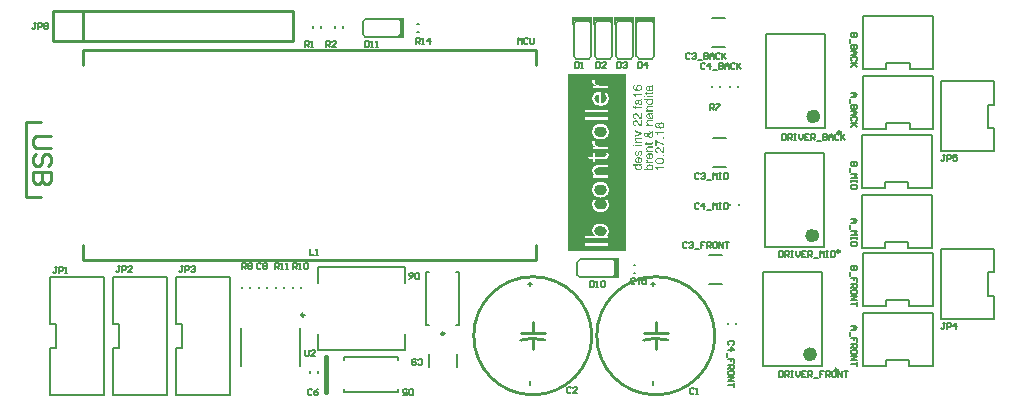
<source format=gto>
G04 Layer_Color=65535*
%FSLAX25Y25*%
%MOIN*%
G70*
G01*
G75*
%ADD22C,0.01000*%
%ADD39C,0.00984*%
%ADD40C,0.02362*%
%ADD41C,0.00800*%
%ADD42C,0.00787*%
%ADD43C,0.01575*%
%ADD44C,0.00799*%
%ADD45C,0.00600*%
%ADD46C,0.00700*%
%ADD47C,0.00500*%
%ADD48R,0.02300X0.00650*%
%ADD49R,0.01800X0.06700*%
%ADD50R,0.02560X0.00730*%
%ADD51R,0.00650X0.02300*%
%ADD52R,0.06700X0.01800*%
%ADD53R,0.00730X0.02560*%
G36*
X450792Y280506D02*
X448690D01*
Y279809D01*
X448403D01*
Y279813D01*
Y279827D01*
X448399Y279846D01*
X448394Y279873D01*
Y279906D01*
X448385Y279943D01*
X448371Y280030D01*
X448357Y280123D01*
X448334Y280215D01*
X448306Y280298D01*
X448292Y280335D01*
X448274Y280368D01*
X448269Y280377D01*
X448255Y280396D01*
X448228Y280423D01*
X448186Y280460D01*
X448126Y280497D01*
X448089Y280516D01*
X448047Y280539D01*
X448006Y280557D01*
X447955Y280576D01*
X447895Y280594D01*
X447835Y280608D01*
Y280904D01*
X450792D01*
Y280506D01*
D02*
G37*
G36*
X447123Y280844D02*
X446777Y280557D01*
X446786Y280548D01*
X446805Y280529D01*
X446842Y280497D01*
X446879Y280455D01*
X446925Y280409D01*
X446966Y280359D01*
X447008Y280303D01*
X447045Y280248D01*
Y280243D01*
X447050Y280238D01*
X447059Y280224D01*
X447068Y280206D01*
X447077Y280183D01*
X447091Y280155D01*
X447119Y280086D01*
X447147Y280003D01*
X447170Y279906D01*
X447188Y279800D01*
X447193Y279684D01*
Y279679D01*
Y279665D01*
Y279638D01*
X447188Y279605D01*
X447184Y279569D01*
X447179Y279522D01*
X447170Y279471D01*
X447160Y279421D01*
X447133Y279305D01*
X447086Y279194D01*
X447054Y279139D01*
X447022Y279088D01*
X446985Y279037D01*
X446939Y278996D01*
X446934D01*
X446925Y278986D01*
X446911Y278977D01*
X446892Y278963D01*
X446869Y278945D01*
X446842Y278926D01*
X446772Y278889D01*
X446685Y278852D01*
X446588Y278815D01*
X446477Y278792D01*
X446421Y278788D01*
X446361Y278783D01*
X446329D01*
X446306Y278788D01*
X446273D01*
X446241Y278792D01*
X446163Y278811D01*
X446070Y278834D01*
X445973Y278871D01*
X445876Y278922D01*
X445830Y278954D01*
X445784Y278991D01*
X445779Y278996D01*
X445761Y279019D01*
X445728Y279051D01*
X445687Y279102D01*
X445636Y279167D01*
X445608Y279204D01*
X445576Y279250D01*
X445543Y279296D01*
X445506Y279351D01*
X445470Y279407D01*
X445433Y279471D01*
X445428D01*
X445423Y279462D01*
X445396Y279439D01*
X445354Y279407D01*
X445303Y279365D01*
X445243Y279324D01*
X445183Y279282D01*
X445123Y279240D01*
X445063Y279213D01*
X445054Y279208D01*
X445035Y279204D01*
X445008Y279194D01*
X444971Y279180D01*
X444924Y279167D01*
X444874Y279157D01*
X444823Y279153D01*
X444767Y279148D01*
X444740D01*
X444717Y279153D01*
X444666Y279157D01*
X444596Y279171D01*
X444518Y279194D01*
X444435Y279231D01*
X444356Y279277D01*
X444278Y279342D01*
X444273Y279347D01*
X444268Y279351D01*
X444245Y279379D01*
X444217Y279421D01*
X444180Y279485D01*
X444144Y279559D01*
X444116Y279652D01*
X444093Y279753D01*
X444083Y279873D01*
Y279878D01*
Y279887D01*
Y279906D01*
X444088Y279924D01*
Y279952D01*
X444093Y279984D01*
X444107Y280054D01*
X444130Y280132D01*
X444162Y280215D01*
X444208Y280298D01*
X444268Y280368D01*
X444278Y280377D01*
X444301Y280396D01*
X444338Y280423D01*
X444388Y280460D01*
X444453Y280492D01*
X444527Y280520D01*
X444606Y280539D01*
X444698Y280548D01*
X444726D01*
X444749Y280543D01*
X444772D01*
X444800Y280539D01*
X444869Y280525D01*
X444952Y280502D01*
X445035Y280469D01*
X445123Y280423D01*
X445211Y280363D01*
X445215Y280359D01*
X445234Y280345D01*
X445257Y280317D01*
X445294Y280280D01*
X445335Y280229D01*
X445386Y280169D01*
X445446Y280095D01*
X445506Y280007D01*
X446167Y280557D01*
X446158Y280562D01*
X446139Y280566D01*
X446112Y280576D01*
X446075Y280585D01*
X445996Y280608D01*
X445955Y280617D01*
X445922Y280627D01*
X445918D01*
X445908Y280631D01*
X445890Y280636D01*
X445862Y280640D01*
X445830Y280650D01*
X445788Y280654D01*
X445742Y280663D01*
X445691Y280673D01*
Y281028D01*
X445705D01*
X445719Y281024D01*
X445742Y281019D01*
X445770Y281014D01*
X445797Y281010D01*
X445871Y280996D01*
X445959Y280978D01*
X446052Y280955D01*
X446153Y280922D01*
X446255Y280885D01*
X446259D01*
X446264Y280881D01*
X446297Y280871D01*
X446334Y280853D01*
X446380Y280834D01*
X446421Y280816D01*
X446454Y280797D01*
X446467Y280793D01*
X446472Y280788D01*
Y280787D01*
X447123Y281319D01*
Y280844D01*
D02*
G37*
G36*
X449914Y283958D02*
X449946Y283953D01*
X449988Y283948D01*
X450034Y283939D01*
X450085Y283930D01*
X450196Y283897D01*
X450256Y283874D01*
X450316Y283851D01*
X450376Y283819D01*
X450441Y283782D01*
X450501Y283740D01*
X450561Y283694D01*
X450565Y283689D01*
X450575Y283680D01*
X450589Y283666D01*
X450607Y283643D01*
X450635Y283620D01*
X450658Y283583D01*
X450686Y283546D01*
X450713Y283500D01*
X450746Y283454D01*
X450773Y283394D01*
X450796Y283334D01*
X450819Y283269D01*
X450843Y283195D01*
X450856Y283117D01*
X450866Y283033D01*
X450870Y282946D01*
Y282941D01*
Y282927D01*
Y282904D01*
X450866Y282876D01*
X450861Y282839D01*
X450852Y282798D01*
X450843Y282752D01*
X450829Y282701D01*
X450792Y282585D01*
X450769Y282525D01*
X450736Y282465D01*
X450699Y282405D01*
X450658Y282345D01*
X450612Y282285D01*
X450556Y282225D01*
X450552Y282220D01*
X450542Y282211D01*
X450524Y282197D01*
X450496Y282179D01*
X450459Y282156D01*
X450418Y282128D01*
X450367Y282105D01*
X450307Y282077D01*
X450237Y282045D01*
X450159Y282022D01*
X450071Y281994D01*
X449974Y281971D01*
X449868Y281952D01*
X449752Y281939D01*
X449627Y281929D01*
X449494Y281925D01*
X449401D01*
X449355Y281929D01*
X449299Y281934D01*
X449235D01*
X449165Y281943D01*
X449018Y281957D01*
X448861Y281980D01*
X448703Y282013D01*
X448551Y282059D01*
X448542Y282063D01*
X448519Y282072D01*
X448482Y282086D01*
X448436Y282109D01*
X448380Y282142D01*
X448315Y282179D01*
X448251Y282220D01*
X448181Y282276D01*
X448112Y282336D01*
X448047Y282405D01*
X447983Y282479D01*
X447927Y282567D01*
X447881Y282664D01*
X447844Y282766D01*
X447821Y282881D01*
X447812Y283006D01*
Y283010D01*
Y283029D01*
Y283052D01*
X447817Y283089D01*
X447821Y283126D01*
X447826Y283172D01*
X447835Y283227D01*
X447844Y283278D01*
X447877Y283394D01*
X447923Y283509D01*
X447951Y283565D01*
X447983Y283616D01*
X448024Y283662D01*
X448071Y283703D01*
X448075Y283708D01*
X448080Y283713D01*
X448098Y283722D01*
X448117Y283736D01*
X448140Y283750D01*
X448168Y283768D01*
X448232Y283805D01*
X448315Y283837D01*
X448403Y283870D01*
X448500Y283893D01*
X448551Y283902D01*
X448602D01*
Y283528D01*
X448593D01*
X448574Y283523D01*
X448542Y283514D01*
X448500Y283500D01*
X448413Y283468D01*
X448371Y283445D01*
X448329Y283422D01*
X448320Y283417D01*
X448302Y283394D01*
X448269Y283362D01*
X448232Y283320D01*
X448200Y283260D01*
X448168Y283191D01*
X448149Y283107D01*
X448140Y283010D01*
Y283006D01*
Y282997D01*
Y282983D01*
X448144Y282960D01*
X448149Y282932D01*
X448154Y282904D01*
X448177Y282835D01*
X448209Y282752D01*
X448232Y282715D01*
X448265Y282673D01*
X448297Y282631D01*
X448334Y282590D01*
X448380Y282553D01*
X448431Y282516D01*
X448436D01*
X448445Y282507D01*
X448463Y282498D01*
X448486Y282488D01*
X448514Y282474D01*
X448551Y282456D01*
X448593Y282437D01*
X448643Y282419D01*
X448699Y282400D01*
X448764Y282382D01*
X448828Y282368D01*
X448902Y282350D01*
X448985Y282336D01*
X449073Y282322D01*
X449165Y282313D01*
X449263Y282308D01*
X449253Y282313D01*
X449230Y282331D01*
X449198Y282359D01*
X449156Y282396D01*
X449110Y282442D01*
X449064Y282498D01*
X449018Y282562D01*
X448981Y282631D01*
X448976Y282641D01*
X448967Y282664D01*
X448953Y282701D01*
X448935Y282747D01*
X448921Y282807D01*
X448907Y282876D01*
X448898Y282950D01*
X448893Y283029D01*
Y283033D01*
Y283047D01*
Y283066D01*
X448898Y283094D01*
X448902Y283126D01*
X448907Y283163D01*
X448911Y283204D01*
X448921Y283251D01*
X448953Y283352D01*
X448995Y283463D01*
X449022Y283519D01*
X449055Y283574D01*
X449092Y283629D01*
X449133Y283680D01*
X449138Y283685D01*
X449142Y283694D01*
X449156Y283708D01*
X449179Y283727D01*
X449202Y283745D01*
X449235Y283768D01*
X449272Y283796D01*
X449313Y283823D01*
X449360Y283847D01*
X449410Y283874D01*
X449470Y283897D01*
X449535Y283921D01*
X449604Y283934D01*
X449678Y283948D01*
X449757Y283958D01*
X449845Y283962D01*
X449882D01*
X449914Y283958D01*
D02*
G37*
G36*
X443377Y280437D02*
Y280040D01*
X441154Y279222D01*
Y279656D01*
X442966Y280248D01*
X441154Y280867D01*
Y281273D01*
X443377Y280437D01*
D02*
G37*
G36*
X447123Y277319D02*
X447128Y277314D01*
Y277300D01*
X447133Y277282D01*
X447142Y277240D01*
X447151Y277189D01*
Y277185D01*
Y277175D01*
X447156Y277162D01*
Y277143D01*
X447160Y277097D01*
Y277037D01*
Y277032D01*
Y277028D01*
Y277014D01*
Y276995D01*
X447151Y276949D01*
X447142Y276898D01*
X447128Y276838D01*
X447105Y276778D01*
X447073Y276727D01*
X447031Y276686D01*
X447026Y276681D01*
X447008Y276672D01*
X446976Y276658D01*
X446939Y276639D01*
X446888Y276621D01*
X446828Y276607D01*
X446759Y276598D01*
X446680Y276593D01*
X445211D01*
Y276293D01*
X444901D01*
Y276593D01*
X444287D01*
Y276967D01*
X444901D01*
Y277323D01*
X445211D01*
Y276967D01*
X446671D01*
X446689Y276972D01*
X446717Y276977D01*
X446740Y276986D01*
X446768Y277000D01*
X446791Y277018D01*
X446809Y277046D01*
X446814Y277055D01*
Y277064D01*
X446819Y277078D01*
X446823Y277101D01*
Y277125D01*
X446828Y277152D01*
Y277189D01*
Y277194D01*
Y277208D01*
Y277226D01*
Y277249D01*
Y277254D01*
Y277272D01*
X446823Y277295D01*
X446819Y277323D01*
X447123D01*
Y277319D01*
D02*
G37*
G36*
X443377Y278552D02*
X441949D01*
X441912Y278548D01*
X441866Y278543D01*
X441811Y278538D01*
X441755Y278524D01*
X441704Y278510D01*
X441653Y278487D01*
X441649D01*
X441644Y278483D01*
X441621Y278469D01*
X441589Y278441D01*
X441547Y278404D01*
X441510Y278358D01*
X441478Y278293D01*
X441455Y278219D01*
X441445Y278173D01*
Y278127D01*
Y278122D01*
Y278104D01*
Y278081D01*
X441450Y278048D01*
X441455Y277979D01*
X441464Y277942D01*
X441473Y277910D01*
Y277905D01*
X441482Y277882D01*
X441496Y277854D01*
X441515Y277818D01*
X441538Y277776D01*
X441570Y277730D01*
X441612Y277683D01*
X441658Y277637D01*
X441663Y277633D01*
X441677Y277624D01*
X441700Y277605D01*
X441727Y277587D01*
X441760Y277568D01*
X441797Y277550D01*
X441838Y277531D01*
X441884Y277517D01*
X441889D01*
X441908Y277513D01*
X441931Y277508D01*
X441968Y277503D01*
X442018Y277499D01*
X442074Y277494D01*
X442138Y277489D01*
X443377D01*
Y277115D01*
X441154D01*
Y277471D01*
X441473D01*
X441469Y277480D01*
X441445Y277499D01*
X441408Y277531D01*
X441367Y277573D01*
X441321Y277624D01*
X441275Y277679D01*
X441233Y277739D01*
X441196Y277804D01*
X441191Y277813D01*
X441182Y277836D01*
X441168Y277873D01*
X441150Y277919D01*
X441136Y277975D01*
X441122Y278044D01*
X441113Y278118D01*
X441108Y278196D01*
Y278201D01*
Y278215D01*
Y278242D01*
X441113Y278275D01*
X441117Y278312D01*
X441127Y278353D01*
X441150Y278455D01*
X441168Y278506D01*
X441191Y278561D01*
X441215Y278612D01*
X441247Y278663D01*
X441288Y278714D01*
X441330Y278760D01*
X441381Y278802D01*
X441441Y278834D01*
X441450Y278838D01*
X441473Y278848D01*
X441515Y278862D01*
X441570Y278880D01*
X441644Y278899D01*
X441732Y278912D01*
X441838Y278922D01*
X441954Y278926D01*
X443377D01*
Y278552D01*
D02*
G37*
G36*
X450792Y278584D02*
X450339D01*
Y279019D01*
X450792D01*
Y278584D01*
D02*
G37*
G36*
X447123Y289030D02*
X445696D01*
X445659Y289026D01*
X445613Y289021D01*
X445557Y289016D01*
X445502Y289002D01*
X445451Y288989D01*
X445400Y288966D01*
X445396D01*
X445391Y288961D01*
X445368Y288947D01*
X445335Y288919D01*
X445294Y288882D01*
X445257Y288836D01*
X445225Y288772D01*
X445202Y288698D01*
X445192Y288651D01*
Y288605D01*
Y288601D01*
Y288582D01*
Y288559D01*
X445197Y288527D01*
X445202Y288457D01*
X445211Y288420D01*
X445220Y288388D01*
Y288383D01*
X445229Y288360D01*
X445243Y288333D01*
X445262Y288296D01*
X445285Y288254D01*
X445317Y288208D01*
X445359Y288162D01*
X445405Y288116D01*
X445409Y288111D01*
X445423Y288102D01*
X445446Y288083D01*
X445474Y288065D01*
X445506Y288046D01*
X445543Y288028D01*
X445585Y288009D01*
X445631Y287995D01*
X445636D01*
X445654Y287991D01*
X445677Y287986D01*
X445714Y287982D01*
X445765Y287977D01*
X445821Y287972D01*
X445885Y287968D01*
X447123D01*
Y287593D01*
X444901D01*
Y287949D01*
X445220D01*
X445215Y287958D01*
X445192Y287977D01*
X445155Y288009D01*
X445114Y288051D01*
X445068Y288102D01*
X445021Y288157D01*
X444980Y288217D01*
X444943Y288282D01*
X444938Y288291D01*
X444929Y288314D01*
X444915Y288351D01*
X444897Y288397D01*
X444883Y288453D01*
X444869Y288522D01*
X444860Y288596D01*
X444855Y288674D01*
Y288679D01*
Y288693D01*
Y288721D01*
X444860Y288753D01*
X444864Y288790D01*
X444874Y288832D01*
X444897Y288933D01*
X444915Y288984D01*
X444938Y289039D01*
X444961Y289090D01*
X444994Y289141D01*
X445035Y289192D01*
X445077Y289238D01*
X445128Y289280D01*
X445188Y289312D01*
X445197Y289317D01*
X445220Y289326D01*
X445262Y289340D01*
X445317Y289358D01*
X445391Y289377D01*
X445479Y289391D01*
X445585Y289400D01*
X445701Y289405D01*
X447123D01*
Y289030D01*
D02*
G37*
G36*
X441464Y289141D02*
X443377D01*
Y288767D01*
X441464D01*
Y288457D01*
X441168D01*
Y288767D01*
X440785D01*
X440743Y288772D01*
X440692Y288781D01*
X440637Y288790D01*
X440582Y288804D01*
X440531Y288822D01*
X440485Y288845D01*
X440475Y288850D01*
X440452Y288873D01*
X440424Y288906D01*
X440387Y288956D01*
X440369Y288989D01*
X440351Y289026D01*
X440337Y289067D01*
X440323Y289113D01*
X440309Y289164D01*
X440300Y289220D01*
X440290Y289280D01*
Y289349D01*
Y289354D01*
Y289372D01*
Y289395D01*
X440295Y289423D01*
Y289428D01*
Y289446D01*
Y289474D01*
X440300Y289511D01*
X440642D01*
Y289506D01*
Y289502D01*
X440637Y289478D01*
Y289451D01*
Y289423D01*
Y289418D01*
X440632Y289409D01*
Y289377D01*
Y289368D01*
Y289349D01*
X440637Y289321D01*
X440642Y289289D01*
X440656Y289252D01*
X440669Y289220D01*
X440692Y289192D01*
X440725Y289174D01*
X440729D01*
X440743Y289169D01*
X440771Y289164D01*
X440813Y289160D01*
X440840Y289155D01*
X440873Y289150D01*
X440910D01*
X440946Y289146D01*
X440997D01*
X441048Y289141D01*
X441168D01*
Y289511D01*
X441464D01*
Y289141D01*
D02*
G37*
G36*
X443381Y291839D02*
X443386Y291830D01*
X443391Y291811D01*
X443395Y291793D01*
X443404Y291751D01*
X443414Y291710D01*
Y291701D01*
X443418Y291677D01*
X443423Y291636D01*
Y291585D01*
Y291576D01*
Y291553D01*
X443414Y291520D01*
X443404Y291479D01*
X443391Y291433D01*
X443367Y291386D01*
X443335Y291340D01*
X443289Y291303D01*
X443284D01*
X443275Y291299D01*
X443257Y291289D01*
X443233Y291280D01*
X443206Y291271D01*
X443173Y291262D01*
X443132Y291252D01*
X443086Y291243D01*
X443090Y291239D01*
X443109Y291220D01*
X443136Y291197D01*
X443173Y291160D01*
X443215Y291114D01*
X443257Y291058D01*
X443303Y290989D01*
X443344Y290915D01*
X443349Y290906D01*
X443363Y290878D01*
X443381Y290837D01*
X443400Y290777D01*
X443418Y290707D01*
X443437Y290629D01*
X443451Y290536D01*
X443455Y290444D01*
Y290439D01*
Y290430D01*
Y290416D01*
X443451Y290393D01*
Y290365D01*
X443446Y290338D01*
X443432Y290264D01*
X443409Y290185D01*
X443377Y290102D01*
X443330Y290019D01*
X443270Y289940D01*
X443261Y289931D01*
X443238Y289908D01*
X443196Y289880D01*
X443141Y289843D01*
X443072Y289806D01*
X442993Y289779D01*
X442901Y289756D01*
X442799Y289746D01*
X442771D01*
X442748Y289751D01*
X442693Y289756D01*
X442624Y289769D01*
X442545Y289792D01*
X442466Y289825D01*
X442393Y289871D01*
X442323Y289936D01*
X442314Y289945D01*
X442296Y289973D01*
X442268Y290014D01*
X442231Y290074D01*
X442194Y290144D01*
X442162Y290231D01*
X442134Y290333D01*
X442111Y290444D01*
X442037Y291035D01*
Y291040D01*
X442032Y291058D01*
X442028Y291077D01*
X442018Y291105D01*
X442004Y291132D01*
X441986Y291160D01*
X441958Y291188D01*
X441931Y291206D01*
X441926D01*
X441921Y291211D01*
X441894Y291220D01*
X441847Y291229D01*
X441787Y291234D01*
X441755D01*
X441723Y291225D01*
X441681Y291215D01*
X441640Y291202D01*
X441593Y291174D01*
X441552Y291142D01*
X441515Y291095D01*
X441510Y291091D01*
X441501Y291072D01*
X441487Y291040D01*
X441469Y290998D01*
X441455Y290943D01*
X441441Y290874D01*
X441432Y290795D01*
X441427Y290707D01*
Y290703D01*
Y290693D01*
Y290680D01*
Y290661D01*
X441436Y290610D01*
X441445Y290546D01*
X441464Y290481D01*
X441492Y290412D01*
X441533Y290347D01*
X441584Y290296D01*
X441589Y290292D01*
X441598Y290287D01*
X441621Y290273D01*
X441649Y290259D01*
X441686Y290245D01*
X441727Y290231D01*
X441778Y290218D01*
X441838Y290208D01*
Y289862D01*
X441820D01*
X441801Y289866D01*
X441774D01*
X441737Y289871D01*
X441700Y289880D01*
X441612Y289899D01*
X441519Y289931D01*
X441422Y289977D01*
X441376Y290005D01*
X441335Y290042D01*
X441298Y290079D01*
X441265Y290125D01*
Y290130D01*
X441256Y290139D01*
X441252Y290153D01*
X441238Y290171D01*
X441228Y290195D01*
X441215Y290222D01*
X441182Y290296D01*
X441154Y290379D01*
X441127Y290481D01*
X441108Y290596D01*
X441104Y290717D01*
Y290721D01*
Y290735D01*
Y290754D01*
Y290781D01*
X441108Y290814D01*
X441113Y290855D01*
X441122Y290943D01*
X441141Y291045D01*
X441168Y291151D01*
X441210Y291257D01*
X441261Y291354D01*
Y291359D01*
X441270Y291363D01*
X441288Y291391D01*
X441325Y291433D01*
X441376Y291479D01*
X441441Y291520D01*
X441519Y291562D01*
X441616Y291590D01*
X441672Y291594D01*
X441727Y291599D01*
X443007D01*
X443030Y291604D01*
X443058Y291608D01*
X443090Y291622D01*
X443095Y291627D01*
X443104Y291645D01*
X443118Y291673D01*
X443123Y291696D01*
Y291719D01*
Y291724D01*
Y291738D01*
Y291756D01*
Y291775D01*
Y291779D01*
X443118Y291798D01*
Y291816D01*
X443113Y291844D01*
X443381D01*
Y291839D01*
D02*
G37*
G36*
X447128Y287224D02*
X447133Y287215D01*
X447137Y287196D01*
X447142Y287178D01*
X447151Y287136D01*
X447160Y287094D01*
Y287085D01*
X447165Y287062D01*
X447170Y287020D01*
Y286970D01*
Y286961D01*
Y286937D01*
X447160Y286905D01*
X447151Y286863D01*
X447137Y286817D01*
X447114Y286771D01*
X447082Y286725D01*
X447036Y286688D01*
X447031D01*
X447022Y286683D01*
X447003Y286674D01*
X446980Y286665D01*
X446952Y286656D01*
X446920Y286646D01*
X446879Y286637D01*
X446832Y286628D01*
X446837Y286623D01*
X446855Y286605D01*
X446883Y286582D01*
X446920Y286545D01*
X446962Y286498D01*
X447003Y286443D01*
X447050Y286374D01*
X447091Y286300D01*
X447096Y286291D01*
X447110Y286263D01*
X447128Y286221D01*
X447147Y286161D01*
X447165Y286092D01*
X447184Y286013D01*
X447197Y285921D01*
X447202Y285829D01*
Y285824D01*
Y285815D01*
Y285801D01*
X447197Y285778D01*
Y285750D01*
X447193Y285722D01*
X447179Y285648D01*
X447156Y285570D01*
X447123Y285487D01*
X447077Y285403D01*
X447017Y285325D01*
X447008Y285316D01*
X446985Y285293D01*
X446943Y285265D01*
X446888Y285228D01*
X446819Y285191D01*
X446740Y285163D01*
X446648Y285140D01*
X446546Y285131D01*
X446518D01*
X446495Y285136D01*
X446440Y285140D01*
X446370Y285154D01*
X446292Y285177D01*
X446213Y285209D01*
X446139Y285256D01*
X446070Y285320D01*
X446061Y285330D01*
X446042Y285357D01*
X446015Y285399D01*
X445978Y285459D01*
X445941Y285528D01*
X445908Y285616D01*
X445881Y285718D01*
X445858Y285829D01*
X445784Y286420D01*
Y286425D01*
X445779Y286443D01*
X445774Y286461D01*
X445765Y286489D01*
X445751Y286517D01*
X445733Y286545D01*
X445705Y286572D01*
X445677Y286591D01*
X445673D01*
X445668Y286596D01*
X445641Y286605D01*
X445594Y286614D01*
X445534Y286619D01*
X445502D01*
X445470Y286609D01*
X445428Y286600D01*
X445386Y286586D01*
X445340Y286559D01*
X445299Y286526D01*
X445262Y286480D01*
X445257Y286475D01*
X445248Y286457D01*
X445234Y286425D01*
X445215Y286383D01*
X445202Y286328D01*
X445188Y286258D01*
X445179Y286180D01*
X445174Y286092D01*
Y286087D01*
Y286078D01*
Y286064D01*
Y286046D01*
X445183Y285995D01*
X445192Y285930D01*
X445211Y285865D01*
X445238Y285796D01*
X445280Y285732D01*
X445331Y285681D01*
X445335Y285676D01*
X445345Y285671D01*
X445368Y285658D01*
X445396Y285644D01*
X445433Y285630D01*
X445474Y285616D01*
X445525Y285602D01*
X445585Y285593D01*
Y285246D01*
X445567D01*
X445548Y285251D01*
X445520D01*
X445483Y285256D01*
X445446Y285265D01*
X445359Y285283D01*
X445266Y285316D01*
X445169Y285362D01*
X445123Y285390D01*
X445081Y285427D01*
X445045Y285464D01*
X445012Y285510D01*
Y285514D01*
X445003Y285524D01*
X444998Y285538D01*
X444984Y285556D01*
X444975Y285579D01*
X444961Y285607D01*
X444929Y285681D01*
X444901Y285764D01*
X444874Y285865D01*
X444855Y285981D01*
X444850Y286101D01*
Y286106D01*
Y286120D01*
Y286138D01*
Y286166D01*
X444855Y286198D01*
X444860Y286240D01*
X444869Y286328D01*
X444887Y286429D01*
X444915Y286535D01*
X444957Y286642D01*
X445008Y286739D01*
Y286743D01*
X445017Y286748D01*
X445035Y286776D01*
X445072Y286817D01*
X445123Y286863D01*
X445188Y286905D01*
X445266Y286947D01*
X445363Y286974D01*
X445419Y286979D01*
X445474Y286984D01*
X446754D01*
X446777Y286988D01*
X446805Y286993D01*
X446837Y287007D01*
X446842Y287011D01*
X446851Y287030D01*
X446865Y287057D01*
X446869Y287081D01*
Y287104D01*
Y287108D01*
Y287122D01*
Y287141D01*
Y287159D01*
Y287164D01*
X446865Y287182D01*
Y287201D01*
X446860Y287228D01*
X447128D01*
Y287224D01*
D02*
G37*
G36*
X441349Y284678D02*
X441381Y284674D01*
X441413Y284669D01*
X441496Y284650D01*
X441593Y284623D01*
X441695Y284577D01*
X441746Y284549D01*
X441801Y284512D01*
X441847Y284475D01*
X441898Y284429D01*
X441903Y284424D01*
X441926Y284401D01*
X441954Y284364D01*
X442000Y284309D01*
X442023Y284276D01*
X442051Y284239D01*
X442078Y284198D01*
X442111Y284152D01*
X442143Y284096D01*
X442180Y284041D01*
X442217Y283981D01*
X442254Y283911D01*
X442411Y283629D01*
X442416Y283620D01*
X442430Y283597D01*
X442453Y283560D01*
X442480Y283514D01*
X442513Y283463D01*
X442550Y283408D01*
X442591Y283357D01*
X442628Y283311D01*
X442637Y283301D01*
X442661Y283278D01*
X442697Y283241D01*
X442744Y283200D01*
X442804Y283154D01*
X442873Y283112D01*
X442947Y283075D01*
X443025Y283047D01*
Y284669D01*
X443377D01*
Y282631D01*
X443358D01*
X443340Y282636D01*
X443312D01*
X443280Y282641D01*
X443243Y282645D01*
X443201Y282650D01*
X443150Y282659D01*
X443049Y282678D01*
X442938Y282705D01*
X442827Y282742D01*
X442716Y282789D01*
X442711D01*
X442702Y282793D01*
X442688Y282803D01*
X442665Y282816D01*
X442642Y282835D01*
X442614Y282853D01*
X442577Y282881D01*
X442545Y282909D01*
X442503Y282941D01*
X442462Y282983D01*
X442420Y283024D01*
X442374Y283075D01*
X442328Y283131D01*
X442282Y283191D01*
X442240Y283255D01*
X442194Y283329D01*
X441963Y283727D01*
Y283731D01*
X441958Y283740D01*
X441949Y283754D01*
X441935Y283768D01*
X441908Y283819D01*
X441870Y283874D01*
X441834Y283934D01*
X441787Y283999D01*
X441741Y284054D01*
X441700Y284101D01*
X441690Y284110D01*
X441667Y284128D01*
X441635Y284156D01*
X441584Y284189D01*
X441529Y284216D01*
X441459Y284244D01*
X441385Y284262D01*
X441307Y284272D01*
X441265D01*
X441215Y284262D01*
X441154Y284253D01*
X441090Y284235D01*
X441020Y284207D01*
X440951Y284165D01*
X440891Y284115D01*
X440886Y284105D01*
X440868Y284087D01*
X440845Y284050D01*
X440813Y284004D01*
X440785Y283944D01*
X440762Y283874D01*
X440743Y283796D01*
X440739Y283703D01*
Y283699D01*
Y283685D01*
Y283666D01*
X440743Y283643D01*
X440748Y283611D01*
X440753Y283574D01*
X440776Y283495D01*
X440808Y283403D01*
X440831Y283362D01*
X440863Y283320D01*
X440896Y283278D01*
X440933Y283237D01*
X440979Y283204D01*
X441030Y283172D01*
X441039Y283168D01*
X441057Y283158D01*
X441094Y283149D01*
X441141Y283131D01*
X441205Y283117D01*
X441279Y283103D01*
X441362Y283094D01*
X441459Y283089D01*
Y282705D01*
X441422D01*
X441395Y282710D01*
X441362D01*
X441325Y282715D01*
X441238Y282724D01*
X441136Y282742D01*
X441034Y282766D01*
X440928Y282798D01*
X440831Y282844D01*
X440826Y282849D01*
X440813Y282858D01*
X440790Y282872D01*
X440762Y282890D01*
X440729Y282918D01*
X440692Y282955D01*
X440656Y282997D01*
X440614Y283043D01*
X440572Y283098D01*
X440535Y283163D01*
X440498Y283232D01*
X440466Y283311D01*
X440438Y283394D01*
X440415Y283491D01*
X440401Y283593D01*
X440397Y283703D01*
Y283708D01*
Y283727D01*
Y283754D01*
X440401Y283787D01*
X440406Y283828D01*
X440411Y283879D01*
X440420Y283930D01*
X440429Y283985D01*
X440466Y284110D01*
X440485Y284170D01*
X440512Y284230D01*
X440545Y284290D01*
X440582Y284346D01*
X440623Y284401D01*
X440674Y284447D01*
X440679Y284452D01*
X440688Y284456D01*
X440702Y284470D01*
X440720Y284484D01*
X440748Y284503D01*
X440780Y284521D01*
X440854Y284567D01*
X440946Y284609D01*
X441048Y284646D01*
X441164Y284674D01*
X441224Y284678D01*
X441288Y284683D01*
X441321D01*
X441349Y284678D01*
D02*
G37*
G36*
X447123Y284309D02*
X445696D01*
X445659Y284304D01*
X445613Y284299D01*
X445557Y284295D01*
X445502Y284281D01*
X445451Y284267D01*
X445400Y284244D01*
X445396D01*
X445391Y284239D01*
X445368Y284225D01*
X445335Y284198D01*
X445294Y284161D01*
X445257Y284115D01*
X445225Y284050D01*
X445202Y283976D01*
X445192Y283930D01*
Y283884D01*
Y283879D01*
Y283860D01*
Y283837D01*
X445197Y283805D01*
X445202Y283736D01*
X445211Y283699D01*
X445220Y283666D01*
Y283662D01*
X445229Y283639D01*
X445243Y283611D01*
X445262Y283574D01*
X445285Y283532D01*
X445317Y283486D01*
X445359Y283440D01*
X445405Y283394D01*
X445409Y283389D01*
X445423Y283380D01*
X445446Y283362D01*
X445474Y283343D01*
X445506Y283325D01*
X445543Y283306D01*
X445585Y283288D01*
X445631Y283274D01*
X445636D01*
X445654Y283269D01*
X445677Y283264D01*
X445714Y283260D01*
X445765Y283255D01*
X445821Y283251D01*
X445885Y283246D01*
X447123D01*
Y282872D01*
X444901D01*
Y283227D01*
X445220D01*
X445215Y283237D01*
X445192Y283255D01*
X445155Y283288D01*
X445114Y283329D01*
X445068Y283380D01*
X445021Y283435D01*
X444980Y283495D01*
X444943Y283560D01*
X444938Y283569D01*
X444929Y283593D01*
X444915Y283629D01*
X444897Y283676D01*
X444883Y283731D01*
X444869Y283800D01*
X444860Y283874D01*
X444855Y283953D01*
Y283958D01*
Y283971D01*
Y283999D01*
X444860Y284031D01*
X444864Y284068D01*
X444874Y284110D01*
X444897Y284212D01*
X444915Y284262D01*
X444938Y284318D01*
X444961Y284369D01*
X444994Y284419D01*
X445035Y284470D01*
X445077Y284517D01*
X445128Y284558D01*
X445188Y284590D01*
X445197Y284595D01*
X445220Y284604D01*
X445262Y284618D01*
X445317Y284637D01*
X445391Y284655D01*
X445479Y284669D01*
X445585Y284678D01*
X445701Y284683D01*
X447123D01*
Y284309D01*
D02*
G37*
G36*
X441349Y287039D02*
X441381Y287034D01*
X441413Y287030D01*
X441496Y287011D01*
X441593Y286984D01*
X441695Y286937D01*
X441746Y286910D01*
X441801Y286873D01*
X441847Y286836D01*
X441898Y286789D01*
X441903Y286785D01*
X441926Y286762D01*
X441954Y286725D01*
X442000Y286669D01*
X442023Y286637D01*
X442051Y286600D01*
X442078Y286559D01*
X442111Y286512D01*
X442143Y286457D01*
X442180Y286402D01*
X442217Y286341D01*
X442254Y286272D01*
X442411Y285990D01*
X442416Y285981D01*
X442430Y285958D01*
X442453Y285921D01*
X442480Y285875D01*
X442513Y285824D01*
X442550Y285769D01*
X442591Y285718D01*
X442628Y285671D01*
X442637Y285662D01*
X442661Y285639D01*
X442697Y285602D01*
X442744Y285561D01*
X442804Y285514D01*
X442873Y285473D01*
X442947Y285436D01*
X443025Y285408D01*
Y287030D01*
X443377D01*
Y284992D01*
X443358D01*
X443340Y284997D01*
X443312D01*
X443280Y285002D01*
X443243Y285006D01*
X443201Y285011D01*
X443150Y285020D01*
X443049Y285039D01*
X442938Y285066D01*
X442827Y285103D01*
X442716Y285149D01*
X442711D01*
X442702Y285154D01*
X442688Y285163D01*
X442665Y285177D01*
X442642Y285196D01*
X442614Y285214D01*
X442577Y285242D01*
X442545Y285270D01*
X442503Y285302D01*
X442462Y285344D01*
X442420Y285385D01*
X442374Y285436D01*
X442328Y285491D01*
X442282Y285551D01*
X442240Y285616D01*
X442194Y285690D01*
X441963Y286087D01*
Y286092D01*
X441958Y286101D01*
X441949Y286115D01*
X441935Y286129D01*
X441908Y286180D01*
X441870Y286235D01*
X441834Y286295D01*
X441787Y286360D01*
X441741Y286415D01*
X441700Y286461D01*
X441690Y286471D01*
X441667Y286489D01*
X441635Y286517D01*
X441584Y286549D01*
X441529Y286577D01*
X441459Y286605D01*
X441385Y286623D01*
X441307Y286632D01*
X441265D01*
X441215Y286623D01*
X441154Y286614D01*
X441090Y286596D01*
X441020Y286568D01*
X440951Y286526D01*
X440891Y286475D01*
X440886Y286466D01*
X440868Y286448D01*
X440845Y286411D01*
X440813Y286365D01*
X440785Y286304D01*
X440762Y286235D01*
X440743Y286157D01*
X440739Y286064D01*
Y286060D01*
Y286046D01*
Y286027D01*
X440743Y286004D01*
X440748Y285972D01*
X440753Y285935D01*
X440776Y285856D01*
X440808Y285764D01*
X440831Y285722D01*
X440863Y285681D01*
X440896Y285639D01*
X440933Y285598D01*
X440979Y285565D01*
X441030Y285533D01*
X441039Y285528D01*
X441057Y285519D01*
X441094Y285510D01*
X441141Y285491D01*
X441205Y285477D01*
X441279Y285464D01*
X441362Y285454D01*
X441459Y285450D01*
Y285066D01*
X441422D01*
X441395Y285071D01*
X441362D01*
X441325Y285075D01*
X441238Y285085D01*
X441136Y285103D01*
X441034Y285126D01*
X440928Y285159D01*
X440831Y285205D01*
X440826Y285209D01*
X440813Y285219D01*
X440790Y285233D01*
X440762Y285251D01*
X440729Y285279D01*
X440692Y285316D01*
X440656Y285357D01*
X440614Y285403D01*
X440572Y285459D01*
X440535Y285524D01*
X440498Y285593D01*
X440466Y285671D01*
X440438Y285755D01*
X440415Y285852D01*
X440401Y285953D01*
X440397Y286064D01*
Y286069D01*
Y286087D01*
Y286115D01*
X440401Y286147D01*
X440406Y286189D01*
X440411Y286240D01*
X440420Y286291D01*
X440429Y286346D01*
X440466Y286471D01*
X440485Y286531D01*
X440512Y286591D01*
X440545Y286651D01*
X440582Y286706D01*
X440623Y286762D01*
X440674Y286808D01*
X440679Y286813D01*
X440688Y286817D01*
X440702Y286831D01*
X440720Y286845D01*
X440748Y286863D01*
X440780Y286882D01*
X440854Y286928D01*
X440946Y286970D01*
X441048Y287007D01*
X441164Y287034D01*
X441224Y287039D01*
X441288Y287044D01*
X441321D01*
X441349Y287039D01*
D02*
G37*
G36*
X442388Y270786D02*
X442420D01*
X442443Y270791D01*
X442471D01*
X442503Y270795D01*
X442582Y270809D01*
X442670Y270827D01*
X442758Y270855D01*
X442845Y270892D01*
X442929Y270943D01*
X442938Y270952D01*
X442961Y270971D01*
X442993Y271008D01*
X443030Y271054D01*
X443067Y271118D01*
X443099Y271197D01*
X443123Y271294D01*
X443127Y271345D01*
X443132Y271400D01*
Y271405D01*
Y271414D01*
Y271428D01*
X443127Y271446D01*
X443123Y271502D01*
X443109Y271567D01*
X443086Y271641D01*
X443053Y271714D01*
X443007Y271793D01*
X442942Y271862D01*
X442938Y271867D01*
X442924Y271876D01*
X442901Y271895D01*
X442869Y271918D01*
X442832Y271941D01*
X442785Y271964D01*
X442739Y271982D01*
X442684Y272001D01*
Y272366D01*
X442688D01*
X442707Y272361D01*
X442730Y272357D01*
X442767Y272347D01*
X442804Y272334D01*
X442855Y272315D01*
X442905Y272292D01*
X442961Y272264D01*
X442966Y272260D01*
X442984Y272250D01*
X443012Y272232D01*
X443044Y272213D01*
X443086Y272186D01*
X443123Y272153D01*
X443164Y272121D01*
X443201Y272084D01*
X443210Y272075D01*
X443229Y272056D01*
X443257Y272019D01*
X443289Y271969D01*
X443326Y271908D01*
X443363Y271839D01*
X443395Y271756D01*
X443418Y271668D01*
Y271664D01*
X443423Y271645D01*
X443428Y271618D01*
X443437Y271581D01*
X443441Y271534D01*
X443451Y271483D01*
X443455Y271423D01*
Y271363D01*
Y271359D01*
Y271345D01*
Y271322D01*
X443451Y271294D01*
X443446Y271257D01*
X443441Y271220D01*
X443432Y271174D01*
X443418Y271123D01*
X443381Y271012D01*
X443358Y270957D01*
X443330Y270897D01*
X443294Y270837D01*
X443252Y270777D01*
X443206Y270721D01*
X443155Y270666D01*
X443150Y270661D01*
X443141Y270652D01*
X443123Y270638D01*
X443099Y270624D01*
X443067Y270601D01*
X443030Y270578D01*
X442989Y270550D01*
X442938Y270527D01*
X442882Y270499D01*
X442818Y270472D01*
X442748Y270449D01*
X442674Y270430D01*
X442591Y270412D01*
X442503Y270398D01*
X442411Y270389D01*
X442314Y270384D01*
X442263D01*
X442226Y270389D01*
X442180Y270393D01*
X442125Y270398D01*
X442069Y270407D01*
X442004Y270421D01*
X441866Y270453D01*
X441792Y270476D01*
X441723Y270504D01*
X441649Y270536D01*
X441579Y270578D01*
X441510Y270620D01*
X441445Y270670D01*
X441441Y270675D01*
X441432Y270684D01*
X441413Y270698D01*
X441395Y270721D01*
X441367Y270749D01*
X441339Y270786D01*
X441307Y270827D01*
X441275Y270874D01*
X441247Y270924D01*
X441215Y270980D01*
X441187Y271040D01*
X441159Y271109D01*
X441141Y271179D01*
X441122Y271257D01*
X441113Y271340D01*
X441108Y271423D01*
Y271428D01*
Y271433D01*
Y271446D01*
Y271465D01*
X441113Y271511D01*
X441122Y271567D01*
X441136Y271636D01*
X441159Y271714D01*
X441187Y271793D01*
X441224Y271876D01*
Y271881D01*
X441228Y271885D01*
X441242Y271913D01*
X441270Y271955D01*
X441302Y272001D01*
X441344Y272056D01*
X441390Y272112D01*
X441445Y272167D01*
X441510Y272213D01*
X441519Y272218D01*
X441538Y272232D01*
X441575Y272250D01*
X441621Y272273D01*
X441681Y272297D01*
X441746Y272324D01*
X441820Y272343D01*
X441903Y272361D01*
X441912D01*
X441931Y272366D01*
X441968Y272375D01*
X442018Y272380D01*
X442088Y272389D01*
X442171Y272394D01*
X442273Y272398D01*
X442388D01*
Y270786D01*
D02*
G37*
G36*
X445257Y271483D02*
X445252Y271465D01*
Y271446D01*
Y271423D01*
Y271419D01*
X445248Y271405D01*
Y271387D01*
Y271363D01*
Y271359D01*
Y271350D01*
Y271336D01*
X445252Y271317D01*
X445257Y271266D01*
X445271Y271202D01*
X445294Y271132D01*
X445326Y271058D01*
X445372Y270989D01*
X445433Y270924D01*
X445442Y270920D01*
X445465Y270901D01*
X445502Y270878D01*
X445553Y270850D01*
X445613Y270823D01*
X445682Y270800D01*
X445761Y270781D01*
X445848Y270777D01*
X447123D01*
Y270402D01*
X444901D01*
Y270758D01*
X445285D01*
X445271Y270767D01*
X445248Y270781D01*
X445215Y270800D01*
X445174Y270827D01*
X445128Y270864D01*
X445077Y270911D01*
X445017Y270971D01*
X445008Y270980D01*
X444989Y271003D01*
X444966Y271035D01*
X444934Y271086D01*
X444906Y271142D01*
X444878Y271211D01*
X444860Y271285D01*
X444855Y271363D01*
Y271368D01*
Y271373D01*
X444860Y271400D01*
Y271405D01*
Y271419D01*
Y271446D01*
X444864Y271488D01*
X445257D01*
Y271483D01*
D02*
G37*
G36*
X446135Y272089D02*
X446167D01*
X446190Y272093D01*
X446218D01*
X446250Y272098D01*
X446329Y272112D01*
X446417Y272130D01*
X446504Y272158D01*
X446592Y272195D01*
X446675Y272246D01*
X446685Y272255D01*
X446708Y272273D01*
X446740Y272310D01*
X446777Y272357D01*
X446814Y272421D01*
X446846Y272500D01*
X446869Y272597D01*
X446874Y272648D01*
X446879Y272703D01*
Y272708D01*
Y272717D01*
Y272731D01*
X446874Y272749D01*
X446869Y272805D01*
X446855Y272869D01*
X446832Y272943D01*
X446800Y273017D01*
X446754Y273096D01*
X446689Y273165D01*
X446685Y273170D01*
X446671Y273179D01*
X446648Y273198D01*
X446615Y273221D01*
X446578Y273244D01*
X446532Y273267D01*
X446486Y273285D01*
X446430Y273304D01*
Y273669D01*
X446435D01*
X446454Y273664D01*
X446477Y273659D01*
X446514Y273650D01*
X446551Y273636D01*
X446601Y273618D01*
X446652Y273595D01*
X446708Y273567D01*
X446712Y273563D01*
X446731Y273553D01*
X446759Y273535D01*
X446791Y273516D01*
X446832Y273489D01*
X446869Y273456D01*
X446911Y273424D01*
X446948Y273387D01*
X446957Y273378D01*
X446976Y273359D01*
X447003Y273322D01*
X447036Y273271D01*
X447073Y273211D01*
X447110Y273142D01*
X447142Y273059D01*
X447165Y272971D01*
Y272967D01*
X447170Y272948D01*
X447174Y272920D01*
X447184Y272883D01*
X447188Y272837D01*
X447197Y272786D01*
X447202Y272726D01*
Y272666D01*
Y272662D01*
Y272648D01*
Y272625D01*
X447197Y272597D01*
X447193Y272560D01*
X447188Y272523D01*
X447179Y272477D01*
X447165Y272426D01*
X447128Y272315D01*
X447105Y272260D01*
X447077Y272200D01*
X447040Y272140D01*
X446999Y272079D01*
X446952Y272024D01*
X446902Y271969D01*
X446897Y271964D01*
X446888Y271955D01*
X446869Y271941D01*
X446846Y271927D01*
X446814Y271904D01*
X446777Y271881D01*
X446735Y271853D01*
X446685Y271830D01*
X446629Y271802D01*
X446564Y271775D01*
X446495Y271751D01*
X446421Y271733D01*
X446338Y271714D01*
X446250Y271701D01*
X446158Y271691D01*
X446061Y271687D01*
X446010D01*
X445973Y271691D01*
X445927Y271696D01*
X445871Y271701D01*
X445816Y271710D01*
X445751Y271724D01*
X445613Y271756D01*
X445539Y271779D01*
X445470Y271807D01*
X445396Y271839D01*
X445326Y271881D01*
X445257Y271922D01*
X445192Y271973D01*
X445188Y271978D01*
X445179Y271987D01*
X445160Y272001D01*
X445142Y272024D01*
X445114Y272052D01*
X445086Y272089D01*
X445054Y272130D01*
X445021Y272177D01*
X444994Y272227D01*
X444961Y272283D01*
X444934Y272343D01*
X444906Y272412D01*
X444887Y272481D01*
X444869Y272560D01*
X444860Y272643D01*
X444855Y272726D01*
Y272731D01*
Y272736D01*
Y272749D01*
Y272768D01*
X444860Y272814D01*
X444869Y272869D01*
X444883Y272939D01*
X444906Y273017D01*
X444934Y273096D01*
X444971Y273179D01*
Y273184D01*
X444975Y273188D01*
X444989Y273216D01*
X445017Y273258D01*
X445049Y273304D01*
X445091Y273359D01*
X445137Y273415D01*
X445192Y273470D01*
X445257Y273516D01*
X445266Y273521D01*
X445285Y273535D01*
X445322Y273553D01*
X445368Y273576D01*
X445428Y273599D01*
X445493Y273627D01*
X445567Y273646D01*
X445650Y273664D01*
X445659D01*
X445677Y273669D01*
X445714Y273678D01*
X445765Y273683D01*
X445834Y273692D01*
X445918Y273696D01*
X446019Y273701D01*
X446135D01*
Y272089D01*
D02*
G37*
G36*
X449406Y272126D02*
X449457D01*
X449517Y272121D01*
X449581Y272116D01*
X449655Y272107D01*
X449734Y272098D01*
X449817Y272089D01*
X449983Y272056D01*
X450150Y272010D01*
X450228Y271982D01*
X450307Y271950D01*
X450311Y271946D01*
X450330Y271936D01*
X450357Y271922D01*
X450394Y271899D01*
X450436Y271872D01*
X450487Y271835D01*
X450538Y271793D01*
X450589Y271747D01*
X450639Y271687D01*
X450690Y271627D01*
X450741Y271557D01*
X450782Y271479D01*
X450819Y271396D01*
X450847Y271303D01*
X450866Y271202D01*
X450870Y271095D01*
Y271091D01*
Y271072D01*
X450866Y271045D01*
X450861Y271008D01*
X450856Y270966D01*
X450847Y270915D01*
X450833Y270855D01*
X450810Y270795D01*
X450787Y270735D01*
X450759Y270670D01*
X450718Y270601D01*
X450676Y270536D01*
X450621Y270472D01*
X450561Y270412D01*
X450492Y270352D01*
X450408Y270301D01*
X450404D01*
X450390Y270291D01*
X450367Y270282D01*
X450339Y270268D01*
X450297Y270250D01*
X450251Y270232D01*
X450196Y270213D01*
X450131Y270195D01*
X450062Y270176D01*
X449983Y270158D01*
X449900Y270139D01*
X449808Y270121D01*
X449706Y270107D01*
X449600Y270097D01*
X449489Y270093D01*
X449369Y270088D01*
X449286D01*
X449239Y270093D01*
X449189Y270097D01*
X449133D01*
X449068Y270107D01*
X448935Y270121D01*
X448787Y270144D01*
X448639Y270176D01*
X448500Y270218D01*
X448491Y270222D01*
X448472Y270232D01*
X448436Y270245D01*
X448394Y270264D01*
X448343Y270291D01*
X448283Y270328D01*
X448223Y270370D01*
X448158Y270416D01*
X448098Y270476D01*
X448034Y270541D01*
X447978Y270610D01*
X447927Y270693D01*
X447886Y270781D01*
X447849Y270878D01*
X447830Y270985D01*
X447821Y271100D01*
Y271105D01*
Y271123D01*
X447826Y271156D01*
X447830Y271192D01*
X447835Y271243D01*
X447844Y271294D01*
X447863Y271354D01*
X447881Y271419D01*
X447904Y271488D01*
X447937Y271553D01*
X447974Y271622D01*
X448020Y271691D01*
X448075Y271761D01*
X448140Y271821D01*
X448214Y271881D01*
X448297Y271932D01*
X448302Y271936D01*
X448315Y271941D01*
X448334Y271950D01*
X448366Y271964D01*
X448403Y271978D01*
X448449Y271996D01*
X448500Y272015D01*
X448560Y272033D01*
X448630Y272052D01*
X448703Y272066D01*
X448787Y272084D01*
X448879Y272098D01*
X448976Y272112D01*
X449078Y272121D01*
X449189Y272130D01*
X449364D01*
X449406Y272126D01*
D02*
G37*
G36*
X443377Y269617D02*
X443072D01*
X443081Y269612D01*
X443104Y269594D01*
X443141Y269566D01*
X443183Y269529D01*
X443233Y269483D01*
X443284Y269432D01*
X443326Y269372D01*
X443367Y269307D01*
X443372Y269298D01*
X443381Y269275D01*
X443395Y269238D01*
X443409Y269192D01*
X443428Y269132D01*
X443441Y269063D01*
X443451Y268989D01*
X443455Y268905D01*
Y268901D01*
Y268887D01*
Y268869D01*
X443451Y268846D01*
X443446Y268813D01*
X443437Y268776D01*
X443418Y268688D01*
X443381Y268587D01*
X443354Y268536D01*
X443326Y268480D01*
X443289Y268425D01*
X443247Y268374D01*
X443201Y268319D01*
X443146Y268268D01*
X443141Y268263D01*
X443132Y268259D01*
X443113Y268245D01*
X443090Y268226D01*
X443058Y268208D01*
X443021Y268185D01*
X442975Y268157D01*
X442924Y268134D01*
X442869Y268111D01*
X442804Y268083D01*
X442734Y268060D01*
X442661Y268042D01*
X442582Y268023D01*
X442499Y268014D01*
X442407Y268005D01*
X442314Y268000D01*
X442268D01*
X442231Y268005D01*
X442189Y268009D01*
X442143Y268014D01*
X442088Y268019D01*
X442028Y268032D01*
X441894Y268060D01*
X441755Y268102D01*
X441681Y268129D01*
X441612Y268166D01*
X441542Y268203D01*
X441473Y268245D01*
X441469Y268250D01*
X441459Y268259D01*
X441441Y268273D01*
X441418Y268291D01*
X441390Y268314D01*
X441362Y268347D01*
X441330Y268384D01*
X441293Y268425D01*
X441261Y268471D01*
X441228Y268522D01*
X441201Y268582D01*
X441173Y268642D01*
X441150Y268711D01*
X441131Y268781D01*
X441122Y268859D01*
X441117Y268942D01*
Y268947D01*
Y268952D01*
Y268966D01*
Y268984D01*
X441122Y269030D01*
X441131Y269090D01*
X441145Y269160D01*
X441164Y269229D01*
X441191Y269298D01*
X441228Y269368D01*
X441233Y269372D01*
X441242Y269386D01*
X441256Y269405D01*
X441279Y269432D01*
X441307Y269464D01*
X441344Y269506D01*
X441390Y269548D01*
X441441Y269594D01*
X440323D01*
Y269954D01*
X443377D01*
Y269617D01*
D02*
G37*
G36*
X446061Y269950D02*
X446107Y269945D01*
X446158Y269940D01*
X446218Y269931D01*
X446278Y269922D01*
X446417Y269890D01*
X446564Y269843D01*
X446638Y269816D01*
X446708Y269783D01*
X446777Y269742D01*
X446846Y269695D01*
X446851Y269691D01*
X446860Y269682D01*
X446879Y269668D01*
X446902Y269649D01*
X446925Y269622D01*
X446957Y269594D01*
X446985Y269557D01*
X447017Y269511D01*
X447050Y269464D01*
X447082Y269414D01*
X447114Y269354D01*
X447137Y269294D01*
X447160Y269224D01*
X447179Y269150D01*
X447188Y269076D01*
X447193Y268993D01*
Y268989D01*
Y268984D01*
Y268970D01*
Y268952D01*
X447188Y268905D01*
X447179Y268846D01*
X447165Y268776D01*
X447142Y268707D01*
X447114Y268633D01*
X447073Y268564D01*
X447068Y268559D01*
X447059Y268545D01*
X447040Y268527D01*
X447017Y268499D01*
X446985Y268467D01*
X446943Y268430D01*
X446897Y268388D01*
X446842Y268347D01*
X447123D01*
Y268000D01*
X444070D01*
Y268365D01*
X445174D01*
X445165Y268370D01*
X445146Y268388D01*
X445118Y268411D01*
X445086Y268448D01*
X445045Y268490D01*
X445008Y268536D01*
X444966Y268591D01*
X444934Y268651D01*
X444929Y268661D01*
X444920Y268679D01*
X444906Y268716D01*
X444887Y268762D01*
X444874Y268818D01*
X444860Y268878D01*
X444850Y268947D01*
X444846Y269021D01*
Y269026D01*
Y269040D01*
Y269063D01*
X444850Y269090D01*
X444855Y269127D01*
X444860Y269164D01*
X444869Y269210D01*
X444883Y269261D01*
X444915Y269368D01*
X444938Y269423D01*
X444966Y269483D01*
X444998Y269538D01*
X445040Y269594D01*
X445081Y269645D01*
X445132Y269695D01*
X445137Y269700D01*
X445146Y269705D01*
X445160Y269719D01*
X445188Y269737D01*
X445215Y269756D01*
X445252Y269779D01*
X445294Y269802D01*
X445345Y269825D01*
X445400Y269848D01*
X445465Y269871D01*
X445534Y269894D01*
X445608Y269913D01*
X445691Y269931D01*
X445779Y269945D01*
X445871Y269950D01*
X445973Y269954D01*
X446024D01*
X446061Y269950D01*
D02*
G37*
G36*
X450792Y268698D02*
X448690D01*
Y268000D01*
X448403D01*
Y268005D01*
Y268019D01*
X448399Y268037D01*
X448394Y268065D01*
Y268097D01*
X448385Y268134D01*
X448371Y268222D01*
X448357Y268314D01*
X448334Y268407D01*
X448306Y268490D01*
X448292Y268527D01*
X448274Y268559D01*
X448269Y268568D01*
X448255Y268587D01*
X448228Y268615D01*
X448186Y268651D01*
X448126Y268688D01*
X448089Y268707D01*
X448047Y268730D01*
X448006Y268748D01*
X447955Y268767D01*
X447895Y268785D01*
X447835Y268799D01*
Y269095D01*
X450792D01*
Y268698D01*
D02*
G37*
G36*
X440757Y276177D02*
X440332D01*
Y276552D01*
X440757D01*
Y276177D01*
D02*
G37*
G36*
X443377D02*
X441168D01*
Y276552D01*
X443377D01*
Y276177D01*
D02*
G37*
G36*
X448200Y278076D02*
X448223Y278053D01*
X448260Y278021D01*
X448311Y277979D01*
X448376Y277924D01*
X448463Y277859D01*
X448565Y277785D01*
X448620Y277744D01*
X448685Y277697D01*
X448690Y277693D01*
X448699Y277688D01*
X448717Y277674D01*
X448745Y277656D01*
X448777Y277637D01*
X448814Y277614D01*
X448856Y277587D01*
X448907Y277559D01*
X448958Y277526D01*
X449018Y277489D01*
X449142Y277420D01*
X449276Y277346D01*
X449424Y277277D01*
X449429D01*
X449443Y277268D01*
X449461Y277258D01*
X449489Y277249D01*
X449526Y277231D01*
X449563Y277217D01*
X449609Y277194D01*
X449660Y277175D01*
X449766Y277129D01*
X449886Y277087D01*
X450011Y277041D01*
X450131Y277004D01*
X450140Y277000D01*
X450154D01*
X450173Y276995D01*
X450191Y276986D01*
X450219Y276981D01*
X450251Y276972D01*
X450293Y276963D01*
X450334Y276954D01*
X450385Y276940D01*
X450436Y276930D01*
X450496Y276917D01*
X450561Y276903D01*
X450635Y276884D01*
X450709Y276870D01*
X450792Y276852D01*
Y276441D01*
X450782D01*
X450769Y276445D01*
X450755Y276450D01*
X450709Y276455D01*
X450644Y276468D01*
X450570Y276487D01*
X450478Y276510D01*
X450376Y276538D01*
X450260Y276570D01*
X450136Y276607D01*
X450006Y276653D01*
X449863Y276704D01*
X449720Y276760D01*
X449568Y276824D01*
X449410Y276893D01*
X449253Y276972D01*
X449096Y277060D01*
X449092Y277064D01*
X449073Y277074D01*
X449050Y277087D01*
X449013Y277111D01*
X448972Y277134D01*
X448921Y277166D01*
X448865Y277203D01*
X448805Y277240D01*
X448671Y277328D01*
X448528Y277429D01*
X448380Y277540D01*
X448242Y277656D01*
Y276016D01*
X447872D01*
Y278081D01*
X448195D01*
X448200Y278076D01*
D02*
G37*
G36*
X447123Y275595D02*
X445696D01*
X445659Y275591D01*
X445613Y275586D01*
X445557Y275581D01*
X445502Y275568D01*
X445451Y275554D01*
X445400Y275531D01*
X445396D01*
X445391Y275526D01*
X445368Y275512D01*
X445335Y275484D01*
X445294Y275447D01*
X445257Y275401D01*
X445225Y275337D01*
X445202Y275263D01*
X445192Y275216D01*
Y275170D01*
Y275166D01*
Y275147D01*
Y275124D01*
X445197Y275092D01*
X445202Y275022D01*
X445211Y274985D01*
X445220Y274953D01*
Y274949D01*
X445229Y274925D01*
X445243Y274898D01*
X445262Y274861D01*
X445285Y274819D01*
X445317Y274773D01*
X445359Y274727D01*
X445405Y274680D01*
X445409Y274676D01*
X445423Y274667D01*
X445446Y274648D01*
X445474Y274630D01*
X445506Y274611D01*
X445543Y274593D01*
X445585Y274574D01*
X445631Y274560D01*
X445636D01*
X445654Y274556D01*
X445677Y274551D01*
X445714Y274547D01*
X445765Y274542D01*
X445821Y274537D01*
X445885Y274533D01*
X447123D01*
Y274159D01*
X444901D01*
Y274514D01*
X445220D01*
X445215Y274523D01*
X445192Y274542D01*
X445155Y274574D01*
X445114Y274616D01*
X445068Y274667D01*
X445021Y274722D01*
X444980Y274782D01*
X444943Y274847D01*
X444938Y274856D01*
X444929Y274879D01*
X444915Y274916D01*
X444897Y274962D01*
X444883Y275018D01*
X444869Y275087D01*
X444860Y275161D01*
X444855Y275239D01*
Y275244D01*
Y275258D01*
Y275286D01*
X444860Y275318D01*
X444864Y275355D01*
X444874Y275397D01*
X444897Y275498D01*
X444915Y275549D01*
X444938Y275605D01*
X444961Y275655D01*
X444994Y275706D01*
X445035Y275757D01*
X445077Y275803D01*
X445128Y275845D01*
X445188Y275877D01*
X445197Y275882D01*
X445220Y275891D01*
X445262Y275905D01*
X445317Y275923D01*
X445391Y275942D01*
X445479Y275956D01*
X445585Y275965D01*
X445701Y275970D01*
X447123D01*
Y275595D01*
D02*
G37*
G36*
X450792Y272680D02*
X450339D01*
Y273114D01*
X450792D01*
Y272680D01*
D02*
G37*
G36*
X442785Y274570D02*
X442808D01*
X442841Y274560D01*
X442910Y274547D01*
X442989Y274519D01*
X443076Y274477D01*
X443118Y274449D01*
X443164Y274422D01*
X443206Y274385D01*
X443247Y274343D01*
Y274339D01*
X443257Y274334D01*
X443266Y274320D01*
X443280Y274302D01*
X443298Y274279D01*
X443317Y274246D01*
X443335Y274214D01*
X443354Y274172D01*
X443372Y274126D01*
X443391Y274075D01*
X443409Y274020D01*
X443428Y273955D01*
X443441Y273886D01*
X443451Y273812D01*
X443455Y273733D01*
X443460Y273650D01*
Y273646D01*
Y273627D01*
Y273604D01*
X443455Y273567D01*
Y273530D01*
X443446Y273479D01*
X443441Y273429D01*
X443432Y273373D01*
X443404Y273258D01*
X443367Y273142D01*
X443312Y273036D01*
X443275Y272985D01*
X443238Y272943D01*
X443233D01*
X443229Y272934D01*
X443215Y272925D01*
X443196Y272911D01*
X443150Y272879D01*
X443081Y272837D01*
X443002Y272800D01*
X442905Y272763D01*
X442799Y272736D01*
X442679Y272722D01*
Y273082D01*
X442688D01*
X442711Y273087D01*
X442744Y273091D01*
X442785Y273100D01*
X442827Y273110D01*
X442878Y273128D01*
X442919Y273147D01*
X442961Y273174D01*
X442970Y273184D01*
X442989Y273202D01*
X443016Y273239D01*
X443049Y273290D01*
X443081Y273359D01*
X443109Y273447D01*
X443118Y273493D01*
X443127Y273549D01*
X443136Y273609D01*
Y273673D01*
Y273678D01*
Y273683D01*
Y273710D01*
X443132Y273747D01*
X443127Y273798D01*
X443113Y273853D01*
X443099Y273918D01*
X443076Y273983D01*
X443049Y274043D01*
X443044Y274052D01*
X443030Y274071D01*
X443012Y274094D01*
X442979Y274126D01*
X442942Y274154D01*
X442896Y274182D01*
X442841Y274200D01*
X442776Y274205D01*
X442753D01*
X442725Y274200D01*
X442693Y274191D01*
X442661Y274172D01*
X442624Y274149D01*
X442591Y274117D01*
X442559Y274075D01*
Y274071D01*
X442550Y274057D01*
X442540Y274038D01*
X442531Y274006D01*
X442517Y273960D01*
X442499Y273904D01*
X442480Y273835D01*
X442457Y273752D01*
X442383Y273447D01*
Y273442D01*
X442379Y273433D01*
X442374Y273419D01*
X442370Y273401D01*
X442356Y273350D01*
X442337Y273285D01*
X442309Y273216D01*
X442282Y273147D01*
X442254Y273082D01*
X442222Y273022D01*
Y273017D01*
X442212Y273013D01*
X442194Y272985D01*
X442162Y272948D01*
X442115Y272902D01*
X442055Y272856D01*
X441981Y272819D01*
X441898Y272791D01*
X441857Y272786D01*
X441806Y272782D01*
X441774D01*
X441755Y272786D01*
X441727Y272791D01*
X441695Y272796D01*
X441626Y272809D01*
X441542Y272837D01*
X441459Y272879D01*
X441418Y272902D01*
X441376Y272934D01*
X441335Y272967D01*
X441298Y273008D01*
X441293Y273013D01*
X441288Y273017D01*
X441279Y273031D01*
X441265Y273050D01*
X441252Y273073D01*
X441233Y273100D01*
X441215Y273133D01*
X441196Y273174D01*
X441164Y273262D01*
X441131Y273368D01*
X441108Y273489D01*
X441099Y273558D01*
Y273627D01*
Y273632D01*
Y273650D01*
Y273678D01*
X441104Y273710D01*
X441108Y273752D01*
X441113Y273798D01*
X441122Y273853D01*
X441136Y273909D01*
X441173Y274029D01*
X441196Y274089D01*
X441224Y274154D01*
X441256Y274209D01*
X441298Y274265D01*
X441344Y274316D01*
X441395Y274362D01*
X441404Y274366D01*
X441427Y274385D01*
X441464Y274408D01*
X441515Y274431D01*
X441575Y274459D01*
X441644Y274477D01*
X441718Y274496D01*
X441797Y274500D01*
Y274149D01*
X441792D01*
X441774Y274145D01*
X441750Y274140D01*
X441723Y274131D01*
X441686Y274121D01*
X441649Y274103D01*
X441607Y274084D01*
X441570Y274057D01*
X441566Y274052D01*
X441547Y274029D01*
X441524Y273997D01*
X441496Y273951D01*
X441469Y273886D01*
X441445Y273807D01*
X441427Y273710D01*
X441422Y273599D01*
Y273590D01*
Y273563D01*
X441427Y273526D01*
X441432Y273479D01*
X441441Y273429D01*
X441459Y273373D01*
X441478Y273322D01*
X441506Y273276D01*
X441510Y273271D01*
X441519Y273258D01*
X441538Y273239D01*
X441561Y273221D01*
X441593Y273202D01*
X441630Y273184D01*
X441672Y273170D01*
X441718Y273165D01*
X441723D01*
X441741Y273170D01*
X441769Y273174D01*
X441801Y273184D01*
X441838Y273202D01*
X441875Y273225D01*
X441912Y273262D01*
X441945Y273308D01*
Y273313D01*
X441954Y273322D01*
X441963Y273345D01*
X441977Y273373D01*
X441991Y273405D01*
X442004Y273447D01*
X442023Y273498D01*
X442037Y273558D01*
X442097Y273807D01*
Y273812D01*
X442101Y273826D01*
X442106Y273844D01*
X442115Y273872D01*
X442120Y273904D01*
X442134Y273941D01*
X442157Y274029D01*
X442185Y274121D01*
X442217Y274209D01*
X442249Y274288D01*
X442268Y274325D01*
X442286Y274353D01*
Y274357D01*
X442291Y274362D01*
X442314Y274390D01*
X442346Y274422D01*
X442397Y274463D01*
X442457Y274505D01*
X442536Y274542D01*
X442628Y274565D01*
X442679Y274570D01*
X442734Y274574D01*
X442762D01*
X442785Y274570D01*
D02*
G37*
G36*
X448764Y275678D02*
X448796Y275674D01*
X448828Y275669D01*
X448911Y275651D01*
X449008Y275623D01*
X449110Y275577D01*
X449161Y275549D01*
X449216Y275512D01*
X449263Y275475D01*
X449313Y275429D01*
X449318Y275424D01*
X449341Y275401D01*
X449369Y275364D01*
X449415Y275309D01*
X449438Y275276D01*
X449466Y275239D01*
X449494Y275198D01*
X449526Y275152D01*
X449558Y275096D01*
X449595Y275041D01*
X449632Y274981D01*
X449669Y274911D01*
X449826Y274630D01*
X449831Y274621D01*
X449845Y274597D01*
X449868Y274560D01*
X449895Y274514D01*
X449928Y274463D01*
X449965Y274408D01*
X450006Y274357D01*
X450043Y274311D01*
X450053Y274302D01*
X450076Y274279D01*
X450113Y274242D01*
X450159Y274200D01*
X450219Y274154D01*
X450288Y274112D01*
X450362Y274075D01*
X450441Y274048D01*
Y275669D01*
X450792D01*
Y273632D01*
X450773D01*
X450755Y273636D01*
X450727D01*
X450695Y273641D01*
X450658Y273646D01*
X450616Y273650D01*
X450565Y273659D01*
X450464Y273678D01*
X450353Y273706D01*
X450242Y273743D01*
X450131Y273789D01*
X450127D01*
X450117Y273794D01*
X450103Y273803D01*
X450080Y273817D01*
X450057Y273835D01*
X450030Y273853D01*
X449993Y273881D01*
X449960Y273909D01*
X449919Y273941D01*
X449877Y273983D01*
X449835Y274025D01*
X449789Y274075D01*
X449743Y274131D01*
X449697Y274191D01*
X449655Y274255D01*
X449609Y274329D01*
X449378Y274727D01*
Y274731D01*
X449373Y274741D01*
X449364Y274754D01*
X449350Y274768D01*
X449323Y274819D01*
X449286Y274875D01*
X449249Y274935D01*
X449202Y274999D01*
X449156Y275055D01*
X449115Y275101D01*
X449106Y275110D01*
X449082Y275129D01*
X449050Y275156D01*
X448999Y275189D01*
X448944Y275216D01*
X448875Y275244D01*
X448801Y275263D01*
X448722Y275272D01*
X448680D01*
X448630Y275263D01*
X448569Y275253D01*
X448505Y275235D01*
X448436Y275207D01*
X448366Y275166D01*
X448306Y275115D01*
X448302Y275106D01*
X448283Y275087D01*
X448260Y275050D01*
X448228Y275004D01*
X448200Y274944D01*
X448177Y274875D01*
X448158Y274796D01*
X448154Y274704D01*
Y274699D01*
Y274685D01*
Y274667D01*
X448158Y274644D01*
X448163Y274611D01*
X448168Y274574D01*
X448191Y274496D01*
X448223Y274403D01*
X448246Y274362D01*
X448279Y274320D01*
X448311Y274279D01*
X448348Y274237D01*
X448394Y274205D01*
X448445Y274172D01*
X448454Y274168D01*
X448472Y274159D01*
X448510Y274149D01*
X448556Y274131D01*
X448620Y274117D01*
X448694Y274103D01*
X448777Y274094D01*
X448875Y274089D01*
Y273706D01*
X448838D01*
X448810Y273710D01*
X448777D01*
X448740Y273715D01*
X448653Y273724D01*
X448551Y273743D01*
X448449Y273766D01*
X448343Y273798D01*
X448246Y273844D01*
X448242Y273849D01*
X448228Y273858D01*
X448205Y273872D01*
X448177Y273890D01*
X448144Y273918D01*
X448107Y273955D01*
X448071Y273997D01*
X448029Y274043D01*
X447987Y274098D01*
X447951Y274163D01*
X447914Y274232D01*
X447881Y274311D01*
X447853Y274394D01*
X447830Y274491D01*
X447817Y274593D01*
X447812Y274704D01*
Y274708D01*
Y274727D01*
Y274754D01*
X447817Y274787D01*
X447821Y274828D01*
X447826Y274879D01*
X447835Y274930D01*
X447844Y274985D01*
X447881Y275110D01*
X447900Y275170D01*
X447927Y275230D01*
X447960Y275290D01*
X447997Y275346D01*
X448038Y275401D01*
X448089Y275447D01*
X448094Y275452D01*
X448103Y275457D01*
X448117Y275470D01*
X448135Y275484D01*
X448163Y275503D01*
X448195Y275521D01*
X448269Y275568D01*
X448362Y275609D01*
X448463Y275646D01*
X448579Y275674D01*
X448639Y275678D01*
X448703Y275683D01*
X448736D01*
X448764Y275678D01*
D02*
G37*
G36*
X447123Y294048D02*
X447128Y294043D01*
Y294029D01*
X447133Y294011D01*
X447142Y293969D01*
X447151Y293918D01*
Y293914D01*
Y293904D01*
X447156Y293891D01*
Y293872D01*
X447160Y293826D01*
Y293766D01*
Y293761D01*
Y293757D01*
Y293743D01*
Y293724D01*
X447151Y293678D01*
X447142Y293627D01*
X447128Y293567D01*
X447105Y293507D01*
X447073Y293456D01*
X447031Y293415D01*
X447026Y293410D01*
X447008Y293401D01*
X446976Y293387D01*
X446939Y293368D01*
X446888Y293350D01*
X446828Y293336D01*
X446759Y293327D01*
X446680Y293322D01*
X445211D01*
Y293022D01*
X444901D01*
Y293322D01*
X444287D01*
Y293696D01*
X444901D01*
Y294052D01*
X445211D01*
Y293696D01*
X446671D01*
X446689Y293701D01*
X446717Y293706D01*
X446740Y293715D01*
X446768Y293729D01*
X446791Y293747D01*
X446809Y293775D01*
X446814Y293784D01*
Y293794D01*
X446819Y293807D01*
X446823Y293830D01*
Y293853D01*
X446828Y293881D01*
Y293918D01*
Y293923D01*
Y293937D01*
Y293955D01*
Y293978D01*
Y293983D01*
Y294001D01*
X446823Y294024D01*
X446819Y294052D01*
X447123D01*
Y294048D01*
D02*
G37*
G36*
X443377Y293040D02*
X441275D01*
Y292343D01*
X440988D01*
Y292347D01*
Y292361D01*
X440983Y292380D01*
X440979Y292407D01*
Y292440D01*
X440970Y292477D01*
X440956Y292565D01*
X440942Y292657D01*
X440919Y292749D01*
X440891Y292832D01*
X440877Y292869D01*
X440859Y292902D01*
X440854Y292911D01*
X440840Y292930D01*
X440813Y292957D01*
X440771Y292994D01*
X440711Y293031D01*
X440674Y293050D01*
X440632Y293073D01*
X440591Y293091D01*
X440540Y293110D01*
X440480Y293128D01*
X440420Y293142D01*
Y293438D01*
X443377D01*
Y293040D01*
D02*
G37*
G36*
X447128Y296413D02*
X447133Y296404D01*
X447137Y296385D01*
X447142Y296367D01*
X447151Y296325D01*
X447160Y296284D01*
Y296274D01*
X447165Y296251D01*
X447170Y296210D01*
Y296159D01*
Y296150D01*
Y296127D01*
X447160Y296094D01*
X447151Y296053D01*
X447137Y296006D01*
X447114Y295960D01*
X447082Y295914D01*
X447036Y295877D01*
X447031D01*
X447022Y295872D01*
X447003Y295863D01*
X446980Y295854D01*
X446952Y295845D01*
X446920Y295835D01*
X446879Y295826D01*
X446832Y295817D01*
X446837Y295812D01*
X446855Y295794D01*
X446883Y295771D01*
X446920Y295734D01*
X446962Y295688D01*
X447003Y295632D01*
X447050Y295563D01*
X447091Y295489D01*
X447096Y295480D01*
X447110Y295452D01*
X447128Y295410D01*
X447147Y295350D01*
X447165Y295281D01*
X447184Y295203D01*
X447197Y295110D01*
X447202Y295018D01*
Y295013D01*
Y295004D01*
Y294990D01*
X447197Y294967D01*
Y294939D01*
X447193Y294912D01*
X447179Y294838D01*
X447156Y294759D01*
X447123Y294676D01*
X447077Y294593D01*
X447017Y294514D01*
X447008Y294505D01*
X446985Y294482D01*
X446943Y294454D01*
X446888Y294417D01*
X446819Y294380D01*
X446740Y294353D01*
X446648Y294329D01*
X446546Y294320D01*
X446518D01*
X446495Y294325D01*
X446440Y294329D01*
X446370Y294343D01*
X446292Y294366D01*
X446213Y294399D01*
X446139Y294445D01*
X446070Y294510D01*
X446061Y294519D01*
X446042Y294547D01*
X446015Y294588D01*
X445978Y294648D01*
X445941Y294718D01*
X445908Y294805D01*
X445881Y294907D01*
X445858Y295018D01*
X445784Y295609D01*
Y295614D01*
X445779Y295632D01*
X445774Y295651D01*
X445765Y295678D01*
X445751Y295706D01*
X445733Y295734D01*
X445705Y295762D01*
X445677Y295780D01*
X445673D01*
X445668Y295785D01*
X445641Y295794D01*
X445594Y295803D01*
X445534Y295808D01*
X445502D01*
X445470Y295798D01*
X445428Y295789D01*
X445386Y295775D01*
X445340Y295748D01*
X445299Y295715D01*
X445262Y295669D01*
X445257Y295665D01*
X445248Y295646D01*
X445234Y295614D01*
X445215Y295572D01*
X445202Y295517D01*
X445188Y295447D01*
X445179Y295369D01*
X445174Y295281D01*
Y295276D01*
Y295267D01*
Y295253D01*
Y295235D01*
X445183Y295184D01*
X445192Y295119D01*
X445211Y295055D01*
X445238Y294985D01*
X445280Y294921D01*
X445331Y294870D01*
X445335Y294865D01*
X445345Y294861D01*
X445368Y294847D01*
X445396Y294833D01*
X445433Y294819D01*
X445474Y294805D01*
X445525Y294791D01*
X445585Y294782D01*
Y294436D01*
X445567D01*
X445548Y294440D01*
X445520D01*
X445483Y294445D01*
X445446Y294454D01*
X445359Y294473D01*
X445266Y294505D01*
X445169Y294551D01*
X445123Y294579D01*
X445081Y294616D01*
X445045Y294653D01*
X445012Y294699D01*
Y294704D01*
X445003Y294713D01*
X444998Y294727D01*
X444984Y294745D01*
X444975Y294768D01*
X444961Y294796D01*
X444929Y294870D01*
X444901Y294953D01*
X444874Y295055D01*
X444855Y295170D01*
X444850Y295290D01*
Y295295D01*
Y295309D01*
Y295327D01*
Y295355D01*
X444855Y295387D01*
X444860Y295429D01*
X444869Y295517D01*
X444887Y295618D01*
X444915Y295725D01*
X444957Y295831D01*
X445008Y295928D01*
Y295933D01*
X445017Y295937D01*
X445035Y295965D01*
X445072Y296006D01*
X445123Y296053D01*
X445188Y296094D01*
X445266Y296136D01*
X445363Y296164D01*
X445419Y296168D01*
X445474Y296173D01*
X446754D01*
X446777Y296177D01*
X446805Y296182D01*
X446837Y296196D01*
X446842Y296200D01*
X446851Y296219D01*
X446865Y296247D01*
X446869Y296270D01*
Y296293D01*
Y296298D01*
Y296311D01*
Y296330D01*
Y296348D01*
Y296353D01*
X446865Y296371D01*
Y296390D01*
X446860Y296418D01*
X447128D01*
Y296413D01*
D02*
G37*
G36*
X442499Y296492D02*
X442531Y296487D01*
X442573Y296482D01*
X442619Y296473D01*
X442670Y296464D01*
X442781Y296431D01*
X442841Y296408D01*
X442901Y296385D01*
X442961Y296353D01*
X443025Y296316D01*
X443086Y296274D01*
X443146Y296228D01*
X443150Y296224D01*
X443159Y296214D01*
X443173Y296200D01*
X443192Y296177D01*
X443220Y296154D01*
X443243Y296117D01*
X443270Y296080D01*
X443298Y296034D01*
X443330Y295988D01*
X443358Y295928D01*
X443381Y295868D01*
X443404Y295803D01*
X443428Y295729D01*
X443441Y295651D01*
X443451Y295567D01*
X443455Y295480D01*
Y295475D01*
Y295461D01*
Y295438D01*
X443451Y295410D01*
X443446Y295374D01*
X443437Y295332D01*
X443428Y295286D01*
X443414Y295235D01*
X443377Y295119D01*
X443354Y295059D01*
X443321Y294999D01*
X443284Y294939D01*
X443243Y294879D01*
X443196Y294819D01*
X443141Y294759D01*
X443136Y294754D01*
X443127Y294745D01*
X443109Y294731D01*
X443081Y294713D01*
X443044Y294690D01*
X443002Y294662D01*
X442952Y294639D01*
X442892Y294611D01*
X442822Y294579D01*
X442744Y294556D01*
X442656Y294528D01*
X442559Y294505D01*
X442453Y294486D01*
X442337Y294473D01*
X442212Y294463D01*
X442078Y294459D01*
X441986D01*
X441940Y294463D01*
X441884Y294468D01*
X441820D01*
X441750Y294477D01*
X441603Y294491D01*
X441445Y294514D01*
X441288Y294547D01*
X441136Y294593D01*
X441127Y294597D01*
X441104Y294607D01*
X441067Y294620D01*
X441020Y294643D01*
X440965Y294676D01*
X440900Y294713D01*
X440836Y294754D01*
X440766Y294810D01*
X440697Y294870D01*
X440632Y294939D01*
X440568Y295013D01*
X440512Y295101D01*
X440466Y295198D01*
X440429Y295300D01*
X440406Y295415D01*
X440397Y295540D01*
Y295544D01*
Y295563D01*
Y295586D01*
X440401Y295623D01*
X440406Y295660D01*
X440411Y295706D01*
X440420Y295762D01*
X440429Y295812D01*
X440461Y295928D01*
X440508Y296043D01*
X440535Y296099D01*
X440568Y296150D01*
X440609Y296196D01*
X440656Y296237D01*
X440660Y296242D01*
X440665Y296247D01*
X440683Y296256D01*
X440702Y296270D01*
X440725Y296284D01*
X440753Y296302D01*
X440817Y296339D01*
X440900Y296371D01*
X440988Y296404D01*
X441085Y296427D01*
X441136Y296436D01*
X441187D01*
Y296062D01*
X441178D01*
X441159Y296057D01*
X441127Y296048D01*
X441085Y296034D01*
X440997Y296002D01*
X440956Y295979D01*
X440914Y295956D01*
X440905Y295951D01*
X440886Y295928D01*
X440854Y295896D01*
X440817Y295854D01*
X440785Y295794D01*
X440753Y295725D01*
X440734Y295641D01*
X440725Y295544D01*
Y295540D01*
Y295531D01*
Y295517D01*
X440729Y295494D01*
X440734Y295466D01*
X440739Y295438D01*
X440762Y295369D01*
X440794Y295286D01*
X440817Y295249D01*
X440849Y295207D01*
X440882Y295166D01*
X440919Y295124D01*
X440965Y295087D01*
X441016Y295050D01*
X441020D01*
X441030Y295041D01*
X441048Y295032D01*
X441071Y295022D01*
X441099Y295008D01*
X441136Y294990D01*
X441178Y294972D01*
X441228Y294953D01*
X441284Y294935D01*
X441349Y294916D01*
X441413Y294902D01*
X441487Y294884D01*
X441570Y294870D01*
X441658Y294856D01*
X441750Y294847D01*
X441847Y294842D01*
X441838Y294847D01*
X441815Y294865D01*
X441783Y294893D01*
X441741Y294930D01*
X441695Y294976D01*
X441649Y295032D01*
X441603Y295096D01*
X441566Y295166D01*
X441561Y295175D01*
X441552Y295198D01*
X441538Y295235D01*
X441519Y295281D01*
X441506Y295341D01*
X441492Y295410D01*
X441482Y295484D01*
X441478Y295563D01*
Y295567D01*
Y295581D01*
Y295600D01*
X441482Y295628D01*
X441487Y295660D01*
X441492Y295697D01*
X441496Y295739D01*
X441506Y295785D01*
X441538Y295886D01*
X441579Y295997D01*
X441607Y296053D01*
X441640Y296108D01*
X441677Y296164D01*
X441718Y296214D01*
X441723Y296219D01*
X441727Y296228D01*
X441741Y296242D01*
X441764Y296260D01*
X441787Y296279D01*
X441820Y296302D01*
X441857Y296330D01*
X441898Y296358D01*
X441945Y296381D01*
X441995Y296408D01*
X442055Y296431D01*
X442120Y296455D01*
X442189Y296468D01*
X442263Y296482D01*
X442342Y296492D01*
X442430Y296496D01*
X442466D01*
X442499Y296492D01*
D02*
G37*
G36*
X438000Y241000D02*
X418716D01*
Y300000D01*
X438000D01*
Y241000D01*
D02*
G37*
G36*
X447123Y292310D02*
X444915D01*
Y292685D01*
X447123D01*
Y292310D01*
D02*
G37*
G36*
Y291419D02*
X446819D01*
X446828Y291414D01*
X446851Y291396D01*
X446888Y291368D01*
X446929Y291331D01*
X446980Y291285D01*
X447031Y291234D01*
X447073Y291174D01*
X447114Y291109D01*
X447119Y291100D01*
X447128Y291077D01*
X447142Y291040D01*
X447156Y290994D01*
X447174Y290934D01*
X447188Y290864D01*
X447197Y290791D01*
X447202Y290707D01*
Y290703D01*
Y290689D01*
Y290670D01*
X447197Y290647D01*
X447193Y290615D01*
X447184Y290578D01*
X447165Y290490D01*
X447128Y290388D01*
X447100Y290338D01*
X447073Y290282D01*
X447036Y290227D01*
X446994Y290176D01*
X446948Y290121D01*
X446892Y290070D01*
X446888Y290065D01*
X446879Y290060D01*
X446860Y290047D01*
X446837Y290028D01*
X446805Y290010D01*
X446768Y289987D01*
X446722Y289959D01*
X446671Y289936D01*
X446615Y289913D01*
X446551Y289885D01*
X446481Y289862D01*
X446407Y289843D01*
X446329Y289825D01*
X446246Y289816D01*
X446153Y289806D01*
X446061Y289802D01*
X446015D01*
X445978Y289806D01*
X445936Y289811D01*
X445890Y289816D01*
X445834Y289820D01*
X445774Y289834D01*
X445641Y289862D01*
X445502Y289903D01*
X445428Y289931D01*
X445359Y289968D01*
X445289Y290005D01*
X445220Y290047D01*
X445215Y290051D01*
X445206Y290060D01*
X445188Y290074D01*
X445165Y290093D01*
X445137Y290116D01*
X445109Y290148D01*
X445077Y290185D01*
X445040Y290227D01*
X445008Y290273D01*
X444975Y290324D01*
X444947Y290384D01*
X444920Y290444D01*
X444897Y290513D01*
X444878Y290583D01*
X444869Y290661D01*
X444864Y290744D01*
Y290749D01*
Y290754D01*
Y290767D01*
Y290786D01*
X444869Y290832D01*
X444878Y290892D01*
X444892Y290961D01*
X444910Y291031D01*
X444938Y291100D01*
X444975Y291169D01*
X444980Y291174D01*
X444989Y291188D01*
X445003Y291206D01*
X445026Y291234D01*
X445054Y291266D01*
X445091Y291308D01*
X445137Y291350D01*
X445188Y291396D01*
X444070D01*
Y291756D01*
X447123D01*
Y291419D01*
D02*
G37*
G36*
X444504Y292310D02*
X444079D01*
Y292685D01*
X444504D01*
Y292310D01*
D02*
G37*
%LPC*%
G36*
X446472Y280787D02*
X446467Y280784D01*
X446472D01*
Y280787D01*
D02*
G37*
G36*
X444726Y280201D02*
X444703D01*
X444679Y280197D01*
X444647Y280192D01*
X444610Y280178D01*
X444573Y280165D01*
X444532Y280141D01*
X444495Y280109D01*
X444490Y280104D01*
X444481Y280095D01*
X444462Y280072D01*
X444444Y280049D01*
X444430Y280012D01*
X444412Y279975D01*
X444402Y279924D01*
X444398Y279873D01*
Y279869D01*
Y279864D01*
Y279836D01*
X444407Y279795D01*
X444416Y279749D01*
X444435Y279693D01*
X444462Y279642D01*
X444504Y279592D01*
X444555Y279555D01*
X444559D01*
X444569Y279550D01*
X444583Y279541D01*
X444606Y279536D01*
X444656Y279518D01*
X444726Y279513D01*
X444749D01*
X444772Y279518D01*
X444804Y279522D01*
X444841Y279532D01*
X444878Y279541D01*
X444924Y279559D01*
X444966Y279582D01*
X444971Y279587D01*
X444984Y279596D01*
X445012Y279615D01*
X445045Y279638D01*
X445091Y279670D01*
X445142Y279707D01*
X445197Y279758D01*
X445262Y279813D01*
X445257Y279823D01*
X445238Y279846D01*
X445215Y279878D01*
X445183Y279920D01*
X445109Y280007D01*
X445072Y280049D01*
X445040Y280081D01*
X445035Y280086D01*
X445017Y280100D01*
X444984Y280118D01*
X444947Y280141D01*
X444901Y280165D01*
X444846Y280183D01*
X444790Y280197D01*
X444726Y280201D01*
D02*
G37*
G36*
X446527Y280359D02*
X445687Y279679D01*
Y279675D01*
X445696Y279665D01*
X445705Y279652D01*
X445719Y279633D01*
X445751Y279582D01*
X445797Y279522D01*
X445844Y279458D01*
X445895Y279393D01*
X445945Y279338D01*
X445964Y279314D01*
X445987Y279296D01*
X445992Y279291D01*
X446015Y279277D01*
X446047Y279254D01*
X446093Y279231D01*
X446144Y279204D01*
X446209Y279185D01*
X446283Y279167D01*
X446366Y279162D01*
X446375D01*
X446407Y279167D01*
X446449Y279171D01*
X446500Y279185D01*
X446560Y279204D01*
X446625Y279236D01*
X446680Y279277D01*
X446735Y279338D01*
X446740Y279347D01*
X446754Y279370D01*
X446777Y279402D01*
X446800Y279448D01*
X446823Y279508D01*
X446846Y279569D01*
X446860Y279638D01*
X446865Y279712D01*
Y279716D01*
Y279721D01*
Y279749D01*
X446860Y279795D01*
X446851Y279846D01*
X446842Y279910D01*
X446823Y279975D01*
X446796Y280040D01*
X446763Y280104D01*
X446759Y280114D01*
X446745Y280132D01*
X446722Y280160D01*
X446694Y280197D01*
X446657Y280238D01*
X446620Y280280D01*
X446574Y280322D01*
X446527Y280359D01*
D02*
G37*
G36*
X449877Y283569D02*
X449840D01*
X449794Y283565D01*
X449738Y283551D01*
X449669Y283537D01*
X449600Y283514D01*
X449521Y283482D01*
X449443Y283435D01*
X449438D01*
X449434Y283431D01*
X449410Y283408D01*
X449378Y283375D01*
X449336Y283329D01*
X449299Y283264D01*
X449267Y283181D01*
X449253Y283131D01*
X449244Y283080D01*
X449235Y283024D01*
Y282960D01*
Y282955D01*
Y282950D01*
Y282937D01*
X449239Y282918D01*
X449244Y282876D01*
X449253Y282816D01*
X449276Y282752D01*
X449304Y282682D01*
X449341Y282608D01*
X449397Y282539D01*
X449406Y282530D01*
X449424Y282511D01*
X449461Y282484D01*
X449517Y282451D01*
X449581Y282414D01*
X449664Y282387D01*
X449761Y282368D01*
X449877Y282359D01*
X449905D01*
X449923Y282364D01*
X449974Y282368D01*
X450043Y282377D01*
X450117Y282400D01*
X450196Y282428D01*
X450274Y282465D01*
X450348Y282521D01*
X450357Y282530D01*
X450376Y282553D01*
X450408Y282590D01*
X450441Y282641D01*
X450478Y282705D01*
X450510Y282784D01*
X450528Y282876D01*
X450538Y282978D01*
Y282983D01*
Y282992D01*
Y283006D01*
X450533Y283029D01*
X450528Y283080D01*
X450515Y283144D01*
X450492Y283218D01*
X450455Y283292D01*
X450408Y283362D01*
X450344Y283422D01*
X450339D01*
X450334Y283426D01*
X450307Y283445D01*
X450265Y283468D01*
X450210Y283495D01*
X450140Y283523D01*
X450062Y283546D01*
X449974Y283565D01*
X449877Y283569D01*
D02*
G37*
G36*
X442550Y291225D02*
X442249D01*
Y291220D01*
X442259Y291211D01*
X442268Y291197D01*
X442277Y291178D01*
X442291Y291151D01*
X442305Y291119D01*
X442333Y291045D01*
Y291040D01*
X442337Y291026D01*
X442342Y291008D01*
X442346Y290980D01*
X442356Y290948D01*
X442360Y290911D01*
X442370Y290837D01*
X442397Y290610D01*
Y290601D01*
X442402Y290578D01*
X442407Y290541D01*
X442416Y290495D01*
X442430Y290449D01*
X442443Y290398D01*
X442457Y290347D01*
X442480Y290305D01*
X442485Y290296D01*
X442499Y290278D01*
X442522Y290250D01*
X442554Y290222D01*
X442596Y290190D01*
X442651Y290162D01*
X442711Y290144D01*
X442785Y290134D01*
X442813D01*
X442841Y290139D01*
X442878Y290148D01*
X442919Y290162D01*
X442961Y290185D01*
X443002Y290213D01*
X443039Y290250D01*
X443044Y290254D01*
X443053Y290273D01*
X443067Y290296D01*
X443086Y290329D01*
X443104Y290370D01*
X443118Y290421D01*
X443127Y290472D01*
X443132Y290532D01*
Y290541D01*
Y290564D01*
X443127Y290601D01*
X443123Y290652D01*
X443109Y290712D01*
X443095Y290772D01*
X443072Y290841D01*
X443044Y290911D01*
Y290915D01*
X443035Y290924D01*
X443025Y290938D01*
X443016Y290961D01*
X442979Y291012D01*
X442924Y291068D01*
X442855Y291128D01*
X442771Y291174D01*
X442721Y291197D01*
X442670Y291211D01*
X442610Y291220D01*
X442550Y291225D01*
D02*
G37*
G36*
X446297Y286609D02*
X445996D01*
Y286605D01*
X446005Y286596D01*
X446015Y286582D01*
X446024Y286563D01*
X446038Y286535D01*
X446052Y286503D01*
X446079Y286429D01*
Y286425D01*
X446084Y286411D01*
X446089Y286392D01*
X446093Y286365D01*
X446103Y286332D01*
X446107Y286295D01*
X446116Y286221D01*
X446144Y285995D01*
Y285986D01*
X446149Y285963D01*
X446153Y285926D01*
X446163Y285879D01*
X446176Y285833D01*
X446190Y285782D01*
X446204Y285732D01*
X446227Y285690D01*
X446232Y285681D01*
X446246Y285662D01*
X446269Y285634D01*
X446301Y285607D01*
X446343Y285575D01*
X446398Y285547D01*
X446458Y285528D01*
X446532Y285519D01*
X446560D01*
X446588Y285524D01*
X446625Y285533D01*
X446666Y285547D01*
X446708Y285570D01*
X446749Y285598D01*
X446786Y285634D01*
X446791Y285639D01*
X446800Y285658D01*
X446814Y285681D01*
X446832Y285713D01*
X446851Y285755D01*
X446865Y285806D01*
X446874Y285856D01*
X446879Y285916D01*
Y285926D01*
Y285949D01*
X446874Y285986D01*
X446869Y286036D01*
X446855Y286097D01*
X446842Y286157D01*
X446819Y286226D01*
X446791Y286295D01*
Y286300D01*
X446782Y286309D01*
X446772Y286323D01*
X446763Y286346D01*
X446726Y286397D01*
X446671Y286452D01*
X446601Y286512D01*
X446518Y286559D01*
X446467Y286582D01*
X446417Y286596D01*
X446357Y286605D01*
X446297Y286609D01*
D02*
G37*
G36*
X442092Y272015D02*
X442083D01*
X442069Y272010D01*
X442051D01*
X442009Y272006D01*
X441954Y271992D01*
X441894Y271978D01*
X441829Y271959D01*
X441764Y271936D01*
X441704Y271908D01*
X441700D01*
X441690Y271899D01*
X441681Y271890D01*
X441663Y271881D01*
X441616Y271844D01*
X441566Y271788D01*
X441519Y271719D01*
X441473Y271631D01*
X441455Y271581D01*
X441445Y271525D01*
X441436Y271465D01*
X441432Y271400D01*
Y271396D01*
Y271391D01*
Y271377D01*
X441436Y271359D01*
X441441Y271312D01*
X441455Y271252D01*
X441478Y271183D01*
X441510Y271114D01*
X441556Y271045D01*
X441621Y270975D01*
X441630Y270966D01*
X441653Y270948D01*
X441695Y270920D01*
X441750Y270887D01*
X441815Y270855D01*
X441898Y270827D01*
X441991Y270804D01*
X442092Y270795D01*
Y272015D01*
D02*
G37*
G36*
X445839Y273318D02*
X445830D01*
X445816Y273313D01*
X445797D01*
X445756Y273308D01*
X445701Y273294D01*
X445641Y273281D01*
X445576Y273262D01*
X445511Y273239D01*
X445451Y273211D01*
X445446D01*
X445437Y273202D01*
X445428Y273193D01*
X445409Y273184D01*
X445363Y273147D01*
X445312Y273091D01*
X445266Y273022D01*
X445220Y272934D01*
X445202Y272883D01*
X445192Y272828D01*
X445183Y272768D01*
X445179Y272703D01*
Y272698D01*
Y272694D01*
Y272680D01*
X445183Y272662D01*
X445188Y272615D01*
X445202Y272555D01*
X445225Y272486D01*
X445257Y272417D01*
X445303Y272347D01*
X445368Y272278D01*
X445377Y272269D01*
X445400Y272250D01*
X445442Y272223D01*
X445497Y272190D01*
X445562Y272158D01*
X445645Y272130D01*
X445738Y272107D01*
X445839Y272098D01*
Y273318D01*
D02*
G37*
G36*
X449443Y271728D02*
X449235D01*
X449193Y271724D01*
X449142D01*
X449087Y271719D01*
X449027Y271714D01*
X448893Y271696D01*
X448754Y271677D01*
X448620Y271645D01*
X448491Y271604D01*
X448486D01*
X448477Y271599D01*
X448459Y271590D01*
X448440Y271581D01*
X448389Y271544D01*
X448325Y271497D01*
X448265Y271433D01*
X448237Y271391D01*
X448214Y271345D01*
X448195Y271299D01*
X448177Y271243D01*
X448168Y271183D01*
X448163Y271118D01*
Y271114D01*
Y271105D01*
Y271086D01*
X448168Y271063D01*
X448172Y271040D01*
X448181Y271008D01*
X448200Y270934D01*
X448237Y270855D01*
X448265Y270818D01*
X448292Y270777D01*
X448329Y270740D01*
X448371Y270703D01*
X448417Y270670D01*
X448472Y270638D01*
X448477D01*
X448486Y270633D01*
X448505Y270624D01*
X448528Y270615D01*
X448560Y270606D01*
X448602Y270592D01*
X448648Y270578D01*
X448703Y270564D01*
X448764Y270550D01*
X448833Y270536D01*
X448907Y270522D01*
X448985Y270513D01*
X449078Y270504D01*
X449170Y270495D01*
X449272Y270490D01*
X449457D01*
X449498Y270495D01*
X449540D01*
X449591Y270499D01*
X449641Y270504D01*
X449761Y270513D01*
X449882Y270532D01*
X450002Y270555D01*
X450113Y270587D01*
X450117D01*
X450131Y270596D01*
X450150Y270601D01*
X450177Y270615D01*
X450210Y270633D01*
X450242Y270652D01*
X450320Y270707D01*
X450394Y270777D01*
X450431Y270818D01*
X450464Y270864D01*
X450492Y270915D01*
X450510Y270971D01*
X450524Y271031D01*
X450528Y271095D01*
Y271100D01*
Y271109D01*
Y271123D01*
X450524Y271142D01*
X450515Y271197D01*
X450496Y271262D01*
X450468Y271331D01*
X450422Y271410D01*
X450390Y271446D01*
X450357Y271483D01*
X450320Y271520D01*
X450274Y271553D01*
X450270D01*
X450260Y271562D01*
X450247Y271571D01*
X450223Y271581D01*
X450196Y271594D01*
X450159Y271608D01*
X450113Y271622D01*
X450057Y271641D01*
X449997Y271659D01*
X449928Y271673D01*
X449849Y271687D01*
X449761Y271701D01*
X449669Y271714D01*
X449563Y271719D01*
X449443Y271728D01*
D02*
G37*
G36*
X442346Y269603D02*
X442226D01*
X442199Y269599D01*
X442166D01*
X442125Y269594D01*
X442032Y269580D01*
X441931Y269562D01*
X441829Y269529D01*
X441727Y269488D01*
X441686Y269464D01*
X441644Y269432D01*
X441640D01*
X441635Y269423D01*
X441612Y269400D01*
X441579Y269363D01*
X441542Y269317D01*
X441506Y269257D01*
X441473Y269183D01*
X441450Y269100D01*
X441441Y269058D01*
Y269012D01*
Y269007D01*
Y268998D01*
Y268984D01*
X441445Y268966D01*
X441450Y268915D01*
X441469Y268850D01*
X441492Y268781D01*
X441533Y268707D01*
X441584Y268633D01*
X441621Y268596D01*
X441658Y268564D01*
X441663D01*
X441667Y268554D01*
X441681Y268550D01*
X441700Y268536D01*
X441723Y268522D01*
X441750Y268508D01*
X441783Y268494D01*
X441820Y268480D01*
X441861Y268462D01*
X441908Y268448D01*
X441963Y268434D01*
X442018Y268420D01*
X442078Y268407D01*
X442148Y268402D01*
X442217Y268393D01*
X442328D01*
X442356Y268397D01*
X442383D01*
X442420Y268402D01*
X442503Y268411D01*
X442596Y268430D01*
X442697Y268457D01*
X442795Y268490D01*
X442892Y268541D01*
X442896D01*
X442901Y268550D01*
X442929Y268568D01*
X442966Y268605D01*
X443012Y268656D01*
X443058Y268721D01*
X443095Y268804D01*
X443123Y268901D01*
X443127Y268956D01*
X443132Y269016D01*
Y269021D01*
Y269026D01*
Y269040D01*
X443127Y269058D01*
X443118Y269104D01*
X443104Y269164D01*
X443076Y269229D01*
X443039Y269303D01*
X442984Y269372D01*
X442947Y269405D01*
X442910Y269437D01*
X442905D01*
X442901Y269446D01*
X442887Y269451D01*
X442869Y269464D01*
X442845Y269474D01*
X442818Y269488D01*
X442785Y269506D01*
X442748Y269520D01*
X442702Y269534D01*
X442656Y269552D01*
X442605Y269566D01*
X442545Y269575D01*
X442485Y269589D01*
X442416Y269594D01*
X442346Y269603D01*
D02*
G37*
G36*
X445992Y269571D02*
X445931D01*
X445904Y269566D01*
X445867Y269562D01*
X445788Y269552D01*
X445696Y269534D01*
X445599Y269506D01*
X445502Y269469D01*
X445409Y269418D01*
X445405D01*
X445400Y269414D01*
X445372Y269391D01*
X445335Y269358D01*
X445294Y269307D01*
X445252Y269247D01*
X445215Y269169D01*
X445188Y269081D01*
X445183Y269030D01*
X445179Y268975D01*
Y268970D01*
Y268966D01*
Y268952D01*
X445183Y268933D01*
X445188Y268882D01*
X445202Y268822D01*
X445225Y268753D01*
X445257Y268679D01*
X445303Y268605D01*
X445368Y268531D01*
X445377Y268522D01*
X445386Y268513D01*
X445405Y268504D01*
X445423Y268490D01*
X445451Y268471D01*
X445483Y268453D01*
X445516Y268439D01*
X445557Y268420D01*
X445604Y268402D01*
X445654Y268388D01*
X445710Y268370D01*
X445774Y268360D01*
X445839Y268351D01*
X445913Y268342D01*
X446042D01*
X446070Y268347D01*
X446103D01*
X446172Y268351D01*
X446255Y268360D01*
X446338Y268374D01*
X446421Y268393D01*
X446500Y268420D01*
X446504D01*
X446514Y268430D01*
X446532Y268434D01*
X446555Y268448D01*
X446615Y268485D01*
X446648Y268513D01*
X446680Y268541D01*
X446717Y268578D01*
X446749Y268615D01*
X446782Y268661D01*
X446809Y268711D01*
X446832Y268767D01*
X446851Y268827D01*
X446860Y268892D01*
X446865Y268966D01*
Y268970D01*
Y268979D01*
Y268993D01*
X446860Y269016D01*
X446851Y269072D01*
X446832Y269137D01*
X446805Y269210D01*
X446763Y269284D01*
X446735Y269321D01*
X446703Y269358D01*
X446666Y269391D01*
X446625Y269418D01*
X446620D01*
X446615Y269423D01*
X446601Y269432D01*
X446583Y269441D01*
X446555Y269455D01*
X446527Y269464D01*
X446495Y269478D01*
X446454Y269497D01*
X446366Y269525D01*
X446255Y269548D01*
X446130Y269566D01*
X445992Y269571D01*
D02*
G37*
G36*
X446297Y295798D02*
X445996D01*
Y295794D01*
X446005Y295785D01*
X446015Y295771D01*
X446024Y295752D01*
X446038Y295725D01*
X446052Y295692D01*
X446079Y295618D01*
Y295614D01*
X446084Y295600D01*
X446089Y295581D01*
X446093Y295554D01*
X446103Y295521D01*
X446107Y295484D01*
X446116Y295410D01*
X446144Y295184D01*
Y295175D01*
X446149Y295152D01*
X446153Y295115D01*
X446163Y295069D01*
X446176Y295022D01*
X446190Y294972D01*
X446204Y294921D01*
X446227Y294879D01*
X446232Y294870D01*
X446246Y294851D01*
X446269Y294824D01*
X446301Y294796D01*
X446343Y294764D01*
X446398Y294736D01*
X446458Y294718D01*
X446532Y294708D01*
X446560D01*
X446588Y294713D01*
X446625Y294722D01*
X446666Y294736D01*
X446708Y294759D01*
X446749Y294787D01*
X446786Y294824D01*
X446791Y294828D01*
X446800Y294847D01*
X446814Y294870D01*
X446832Y294902D01*
X446851Y294944D01*
X446865Y294995D01*
X446874Y295045D01*
X446879Y295106D01*
Y295115D01*
Y295138D01*
X446874Y295175D01*
X446869Y295226D01*
X446855Y295286D01*
X446842Y295346D01*
X446819Y295415D01*
X446791Y295484D01*
Y295489D01*
X446782Y295498D01*
X446772Y295512D01*
X446763Y295535D01*
X446726Y295586D01*
X446671Y295641D01*
X446601Y295702D01*
X446518Y295748D01*
X446467Y295771D01*
X446417Y295785D01*
X446357Y295794D01*
X446297Y295798D01*
D02*
G37*
G36*
X442462Y296104D02*
X442425D01*
X442379Y296099D01*
X442323Y296085D01*
X442254Y296071D01*
X442185Y296048D01*
X442106Y296016D01*
X442028Y295970D01*
X442023D01*
X442018Y295965D01*
X441995Y295942D01*
X441963Y295909D01*
X441921Y295863D01*
X441884Y295798D01*
X441852Y295715D01*
X441838Y295665D01*
X441829Y295614D01*
X441820Y295558D01*
Y295494D01*
Y295489D01*
Y295484D01*
Y295470D01*
X441824Y295452D01*
X441829Y295410D01*
X441838Y295350D01*
X441861Y295286D01*
X441889Y295216D01*
X441926Y295143D01*
X441981Y295073D01*
X441991Y295064D01*
X442009Y295045D01*
X442046Y295018D01*
X442101Y294985D01*
X442166Y294949D01*
X442249Y294921D01*
X442346Y294902D01*
X442462Y294893D01*
X442490D01*
X442508Y294898D01*
X442559Y294902D01*
X442628Y294912D01*
X442702Y294935D01*
X442781Y294962D01*
X442859Y294999D01*
X442933Y295055D01*
X442942Y295064D01*
X442961Y295087D01*
X442993Y295124D01*
X443025Y295175D01*
X443062Y295239D01*
X443095Y295318D01*
X443113Y295410D01*
X443123Y295512D01*
Y295517D01*
Y295526D01*
Y295540D01*
X443118Y295563D01*
X443113Y295614D01*
X443099Y295678D01*
X443076Y295752D01*
X443039Y295826D01*
X442993Y295896D01*
X442929Y295956D01*
X442924D01*
X442919Y295960D01*
X442892Y295979D01*
X442850Y296002D01*
X442795Y296029D01*
X442725Y296057D01*
X442647Y296080D01*
X442559Y296099D01*
X442462Y296104D01*
D02*
G37*
G36*
X429667Y283453D02*
X429551D01*
X429317Y283441D01*
X429097Y283428D01*
X428890Y283389D01*
X428695Y283350D01*
X428514Y283298D01*
X428345Y283246D01*
X428203Y283181D01*
X428060Y283130D01*
X427944Y283065D01*
X427840Y283000D01*
X427749Y282948D01*
X427671Y282896D01*
X427620Y282857D01*
X427581Y282819D01*
X427555Y282805D01*
X427542Y282793D01*
X427412Y282663D01*
X427296Y282520D01*
X427205Y282378D01*
X427127Y282222D01*
X426998Y281924D01*
X426907Y281626D01*
X426855Y281367D01*
X426842Y281250D01*
X426829Y281160D01*
X426816Y281082D01*
Y281017D01*
Y280978D01*
Y280965D01*
X426829Y280745D01*
X426842Y280525D01*
X426881Y280317D01*
X426933Y280136D01*
X426985Y279954D01*
X427049Y279799D01*
X427127Y279643D01*
X427192Y279514D01*
X427257Y279397D01*
X427334Y279293D01*
X427399Y279203D01*
X427451Y279125D01*
X427503Y279073D01*
X427529Y279034D01*
X427555Y279008D01*
X427568Y278995D01*
X427710Y278866D01*
X427866Y278762D01*
X428034Y278671D01*
X428203Y278581D01*
X428540Y278451D01*
X428877Y278373D01*
X429032Y278347D01*
X429175Y278321D01*
X429304Y278308D01*
X429408Y278295D01*
X429499Y278282D01*
X429628D01*
X429849Y278295D01*
X430056Y278308D01*
X430445Y278386D01*
X430626Y278438D01*
X430782Y278503D01*
X430924Y278568D01*
X431067Y278632D01*
X431184Y278684D01*
X431287Y278749D01*
X431378Y278814D01*
X431456Y278866D01*
X431507Y278905D01*
X431546Y278943D01*
X431572Y278956D01*
X431585Y278969D01*
X431715Y279112D01*
X431819Y279255D01*
X431922Y279397D01*
X432000Y279553D01*
X432130Y279864D01*
X432220Y280162D01*
X432246Y280304D01*
X432272Y280434D01*
X432285Y280551D01*
X432298Y280641D01*
X432311Y280719D01*
Y280784D01*
Y280823D01*
Y280836D01*
X432298Y281056D01*
X432272Y281263D01*
X432246Y281458D01*
X432194Y281639D01*
X432143Y281808D01*
X432078Y281963D01*
X432000Y282106D01*
X431935Y282235D01*
X431870Y282352D01*
X431793Y282456D01*
X431728Y282533D01*
X431676Y282611D01*
X431624Y282663D01*
X431585Y282702D01*
X431572Y282728D01*
X431559Y282741D01*
X431417Y282870D01*
X431261Y282974D01*
X431093Y283078D01*
X430924Y283155D01*
X430587Y283285D01*
X430276Y283363D01*
X430121Y283389D01*
X429991Y283415D01*
X429862Y283428D01*
X429758Y283441D01*
X429667Y283453D01*
D02*
G37*
G36*
X432194Y269820D02*
X428980D01*
X428605Y269807D01*
X428280Y269755D01*
X428008Y269677D01*
X427788Y269599D01*
X427607Y269509D01*
X427477Y269444D01*
X427399Y269392D01*
X427373Y269366D01*
X427270Y269275D01*
X427192Y269185D01*
X427049Y268964D01*
X426946Y268744D01*
X426881Y268537D01*
X426842Y268342D01*
X426829Y268187D01*
X426816Y268122D01*
Y268083D01*
Y268057D01*
Y268044D01*
X426829Y267837D01*
X426855Y267642D01*
X426907Y267461D01*
X426972Y267305D01*
X427049Y267150D01*
X427127Y267007D01*
X427218Y266878D01*
X427309Y266761D01*
X427412Y266657D01*
X427503Y266567D01*
X427581Y266489D01*
X427658Y266437D01*
X427723Y266385D01*
X427775Y266346D01*
X427801Y266333D01*
X427814Y266320D01*
Y266295D01*
X426933D01*
Y265452D01*
X432194D01*
Y266295D01*
X429201D01*
X428941Y266307D01*
X428708Y266359D01*
X428501Y266424D01*
X428332Y266502D01*
X428190Y266580D01*
X428086Y266644D01*
X428034Y266696D01*
X428008Y266709D01*
X427853Y266878D01*
X427736Y267046D01*
X427645Y267228D01*
X427594Y267396D01*
X427555Y267539D01*
X427542Y267655D01*
X427529Y267733D01*
Y267746D01*
Y267759D01*
X427542Y267979D01*
X427607Y268161D01*
X427684Y268329D01*
X427788Y268459D01*
X427918Y268575D01*
X428060Y268679D01*
X428203Y268757D01*
X428358Y268822D01*
X428514Y268874D01*
X428669Y268912D01*
X428812Y268938D01*
X428941Y268964D01*
X429045D01*
X429123Y268977D01*
X432194D01*
Y269820D01*
D02*
G37*
G36*
X427788Y277725D02*
X426920D01*
X426894Y277660D01*
X426868Y277570D01*
X426855Y277414D01*
X426842Y277336D01*
Y277272D01*
Y277233D01*
Y277220D01*
X426855Y277051D01*
X426894Y276896D01*
X426946Y276753D01*
X426998Y276637D01*
X427049Y276533D01*
X427101Y276455D01*
X427140Y276403D01*
X427153Y276390D01*
X427283Y276261D01*
X427425Y276157D01*
X427568Y276053D01*
X427697Y275989D01*
X427827Y275924D01*
X427931Y275885D01*
X427995Y275859D01*
X428008Y275846D01*
X428021D01*
Y275820D01*
X426933D01*
Y274978D01*
X432194D01*
Y275820D01*
X429525D01*
X429214Y275833D01*
X428941Y275872D01*
X428695Y275937D01*
X428501Y276002D01*
X428345Y276066D01*
X428229Y276131D01*
X428164Y276170D01*
X428138Y276183D01*
X427970Y276325D01*
X427840Y276481D01*
X427749Y276624D01*
X427684Y276779D01*
X427645Y276896D01*
X427633Y276999D01*
X427620Y277064D01*
Y277090D01*
X427633Y277233D01*
X427645Y277362D01*
X427671Y277479D01*
X427697Y277570D01*
X427736Y277635D01*
X427762Y277686D01*
X427775Y277712D01*
X427788Y277725D01*
D02*
G37*
G36*
X432156Y273863D02*
X431430D01*
X431482Y273772D01*
X431521Y273682D01*
X431572Y273500D01*
X431585Y273423D01*
X431598Y273358D01*
Y273319D01*
Y273306D01*
X431585Y273163D01*
X431559Y273034D01*
X431533Y272930D01*
X431482Y272852D01*
X431443Y272787D01*
X431417Y272749D01*
X431391Y272723D01*
X431378Y272710D01*
X431287Y272645D01*
X431171Y272606D01*
X430924Y272554D01*
X430808Y272541D01*
X430717Y272528D01*
X427658D01*
Y273863D01*
X426933D01*
Y272528D01*
X425378D01*
X425650Y271686D01*
X426933D01*
Y270792D01*
X427658D01*
Y271686D01*
X430769D01*
X431041Y271699D01*
X431274Y271751D01*
X431482Y271815D01*
X431650Y271906D01*
X431806Y272010D01*
X431922Y272127D01*
X432026Y272256D01*
X432104Y272386D01*
X432168Y272515D01*
X432220Y272632D01*
X432246Y272749D01*
X432272Y272852D01*
X432285Y272943D01*
X432298Y273008D01*
Y273060D01*
Y273073D01*
X432285Y273254D01*
X432272Y273410D01*
X432246Y273539D01*
X432220Y273656D01*
X432194Y273746D01*
X432182Y273811D01*
X432156Y273850D01*
Y273863D01*
D02*
G37*
G36*
X429784Y294145D02*
X429123D01*
X428916Y294120D01*
X428734Y294094D01*
X428553Y294055D01*
X428384Y294016D01*
X428229Y293964D01*
X428099Y293912D01*
X427970Y293860D01*
X427853Y293809D01*
X427762Y293757D01*
X427684Y293705D01*
X427607Y293666D01*
X427555Y293627D01*
X427516Y293601D01*
X427503Y293588D01*
X427490Y293575D01*
X427373Y293459D01*
X427270Y293342D01*
X427179Y293212D01*
X427101Y293083D01*
X426985Y292824D01*
X426894Y292564D01*
X426855Y292331D01*
X426842Y292240D01*
X426829Y292150D01*
X426816Y292085D01*
Y292033D01*
Y291994D01*
Y291981D01*
X426829Y291787D01*
X426855Y291605D01*
X426894Y291437D01*
X426933Y291268D01*
X427062Y290970D01*
X427205Y290724D01*
X427283Y290620D01*
X427347Y290517D01*
X427412Y290439D01*
X427477Y290374D01*
X427516Y290322D01*
X427555Y290283D01*
X427581Y290258D01*
X427594Y290245D01*
X427736Y290128D01*
X427905Y290024D01*
X428060Y289921D01*
X428229Y289843D01*
X428566Y289726D01*
X428877Y289648D01*
X429019Y289610D01*
X429162Y289597D01*
X429278Y289584D01*
X429382Y289571D01*
X429473Y289558D01*
X429590D01*
X429823Y289571D01*
X430043Y289584D01*
X430250Y289622D01*
X430445Y289661D01*
X430626Y289700D01*
X430795Y289765D01*
X430950Y289817D01*
X431080Y289882D01*
X431196Y289933D01*
X431300Y289998D01*
X431391Y290050D01*
X431469Y290089D01*
X431521Y290141D01*
X431559Y290167D01*
X431585Y290180D01*
X431598Y290193D01*
X431728Y290322D01*
X431832Y290452D01*
X431922Y290595D01*
X432013Y290737D01*
X432143Y291022D01*
X432220Y291307D01*
X432272Y291553D01*
X432285Y291670D01*
X432298Y291761D01*
X432311Y291839D01*
Y291891D01*
Y291929D01*
Y291942D01*
X432285Y292344D01*
X432233Y292707D01*
X432156Y293018D01*
X432117Y293161D01*
X432065Y293290D01*
X432013Y293394D01*
X431974Y293497D01*
X431935Y293575D01*
X431896Y293640D01*
X431857Y293705D01*
X431845Y293744D01*
X431819Y293757D01*
Y293770D01*
X431028D01*
X431132Y293627D01*
X431222Y293485D01*
X431365Y293199D01*
X431469Y292927D01*
X431533Y292681D01*
X431585Y292461D01*
X431598Y292370D01*
Y292292D01*
X431611Y292227D01*
Y292176D01*
Y292150D01*
Y292137D01*
X431585Y291852D01*
X431533Y291605D01*
X431469Y291398D01*
X431378Y291217D01*
X431287Y291074D01*
X431222Y290970D01*
X431171Y290918D01*
X431145Y290893D01*
X430950Y290750D01*
X430730Y290633D01*
X430497Y290556D01*
X430289Y290491D01*
X430082Y290452D01*
X430004D01*
X429926Y290439D01*
X429862Y290426D01*
X429784D01*
Y294145D01*
D02*
G37*
G36*
X427788Y298163D02*
X426920D01*
X426894Y298098D01*
X426868Y298008D01*
X426855Y297852D01*
X426842Y297774D01*
Y297709D01*
Y297671D01*
Y297658D01*
X426855Y297489D01*
X426894Y297334D01*
X426946Y297191D01*
X426998Y297075D01*
X427049Y296971D01*
X427101Y296893D01*
X427140Y296841D01*
X427153Y296828D01*
X427283Y296699D01*
X427425Y296595D01*
X427568Y296491D01*
X427697Y296427D01*
X427827Y296362D01*
X427931Y296323D01*
X427995Y296297D01*
X428008Y296284D01*
X428021D01*
Y296258D01*
X426933D01*
Y295416D01*
X432194D01*
Y296258D01*
X429525D01*
X429214Y296271D01*
X428941Y296310D01*
X428695Y296375D01*
X428501Y296439D01*
X428345Y296504D01*
X428229Y296569D01*
X428164Y296608D01*
X428138Y296621D01*
X427970Y296763D01*
X427840Y296919D01*
X427749Y297061D01*
X427684Y297217D01*
X427645Y297334D01*
X427633Y297437D01*
X427620Y297502D01*
Y297528D01*
X427633Y297671D01*
X427645Y297800D01*
X427671Y297917D01*
X427697Y298008D01*
X427736Y298072D01*
X427762Y298124D01*
X427775Y298150D01*
X427788Y298163D01*
D02*
G37*
G36*
X432194Y285644D02*
X424405D01*
Y284801D01*
X432194D01*
Y285644D01*
D02*
G37*
G36*
Y288197D02*
X424405D01*
Y287354D01*
X432194D01*
Y288197D01*
D02*
G37*
G36*
X429667Y264104D02*
X429551D01*
X429317Y264091D01*
X429097Y264078D01*
X428890Y264039D01*
X428695Y264001D01*
X428514Y263949D01*
X428345Y263897D01*
X428203Y263832D01*
X428060Y263780D01*
X427944Y263715D01*
X427840Y263651D01*
X427749Y263599D01*
X427671Y263547D01*
X427620Y263508D01*
X427581Y263469D01*
X427555Y263456D01*
X427542Y263443D01*
X427412Y263314D01*
X427296Y263171D01*
X427205Y263029D01*
X427127Y262873D01*
X426998Y262575D01*
X426907Y262277D01*
X426855Y262018D01*
X426842Y261901D01*
X426829Y261810D01*
X426816Y261733D01*
Y261668D01*
Y261629D01*
Y261616D01*
X426829Y261396D01*
X426842Y261175D01*
X426881Y260968D01*
X426933Y260787D01*
X426985Y260605D01*
X427049Y260450D01*
X427127Y260294D01*
X427192Y260164D01*
X427257Y260048D01*
X427334Y259944D01*
X427399Y259853D01*
X427451Y259776D01*
X427503Y259724D01*
X427529Y259685D01*
X427555Y259659D01*
X427568Y259646D01*
X427710Y259516D01*
X427866Y259413D01*
X428034Y259322D01*
X428203Y259231D01*
X428540Y259102D01*
X428877Y259024D01*
X429032Y258998D01*
X429175Y258972D01*
X429304Y258959D01*
X429408Y258946D01*
X429499Y258933D01*
X429628D01*
X429849Y258946D01*
X430056Y258959D01*
X430445Y259037D01*
X430626Y259089D01*
X430782Y259154D01*
X430924Y259218D01*
X431067Y259283D01*
X431184Y259335D01*
X431287Y259400D01*
X431378Y259465D01*
X431456Y259516D01*
X431507Y259555D01*
X431546Y259594D01*
X431572Y259607D01*
X431585Y259620D01*
X431715Y259763D01*
X431819Y259905D01*
X431922Y260048D01*
X432000Y260203D01*
X432130Y260514D01*
X432220Y260812D01*
X432246Y260955D01*
X432272Y261085D01*
X432285Y261201D01*
X432298Y261292D01*
X432311Y261370D01*
Y261435D01*
Y261473D01*
Y261486D01*
X432298Y261707D01*
X432272Y261914D01*
X432246Y262108D01*
X432194Y262290D01*
X432143Y262458D01*
X432078Y262614D01*
X432000Y262756D01*
X431935Y262886D01*
X431870Y263003D01*
X431793Y263106D01*
X431728Y263184D01*
X431676Y263262D01*
X431624Y263314D01*
X431585Y263353D01*
X431572Y263379D01*
X431559Y263391D01*
X431417Y263521D01*
X431261Y263625D01*
X431093Y263728D01*
X430924Y263806D01*
X430587Y263936D01*
X430276Y264014D01*
X430121Y264039D01*
X429991Y264065D01*
X429862Y264078D01*
X429758Y264091D01*
X429667Y264104D01*
D02*
G37*
G36*
X432194Y243653D02*
X424405D01*
Y242811D01*
X432194D01*
Y243653D01*
D02*
G37*
G36*
X429551Y250211D02*
X429201D01*
X428993Y250185D01*
X428617Y250120D01*
X428449Y250081D01*
X428294Y250030D01*
X428151Y249978D01*
X428021Y249926D01*
X427918Y249861D01*
X427814Y249809D01*
X427723Y249758D01*
X427658Y249719D01*
X427607Y249680D01*
X427555Y249654D01*
X427542Y249641D01*
X427529Y249628D01*
X427399Y249511D01*
X427296Y249395D01*
X427192Y249265D01*
X427114Y249135D01*
X426985Y248876D01*
X426907Y248630D01*
X426855Y248397D01*
X426842Y248293D01*
X426829Y248215D01*
X426816Y248150D01*
Y248086D01*
Y248060D01*
Y248047D01*
X426829Y247827D01*
X426855Y247632D01*
X426907Y247438D01*
X426985Y247256D01*
X427062Y247101D01*
X427153Y246945D01*
X427244Y246816D01*
X427334Y246699D01*
X427438Y246582D01*
X427529Y246492D01*
X427620Y246414D01*
X427697Y246349D01*
X427762Y246297D01*
X427814Y246258D01*
X427853Y246245D01*
X427866Y246232D01*
Y246206D01*
X424405D01*
Y245364D01*
X432194D01*
Y246206D01*
X431443D01*
Y246232D01*
X431598Y246336D01*
X431728Y246453D01*
X431845Y246582D01*
X431948Y246699D01*
X432026Y246829D01*
X432104Y246971D01*
X432207Y247217D01*
X432259Y247451D01*
X432285Y247554D01*
X432298Y247645D01*
X432311Y247710D01*
Y247762D01*
Y247801D01*
Y247814D01*
X432298Y248021D01*
X432272Y248215D01*
X432233Y248384D01*
X432182Y248552D01*
X432065Y248863D01*
X431987Y248993D01*
X431909Y249110D01*
X431845Y249213D01*
X431767Y249304D01*
X431702Y249382D01*
X431637Y249447D01*
X431598Y249498D01*
X431559Y249537D01*
X431533Y249550D01*
X431521Y249563D01*
X431365Y249680D01*
X431196Y249783D01*
X431028Y249861D01*
X430860Y249939D01*
X430510Y250056D01*
X430173Y250133D01*
X430017Y250159D01*
X429875Y250172D01*
X429745Y250198D01*
X429641D01*
X429551Y250211D01*
D02*
G37*
G36*
X427931Y258026D02*
X427075D01*
X426985Y257819D01*
X426920Y257611D01*
X426881Y257404D01*
X426842Y257223D01*
X426829Y257054D01*
X426816Y256924D01*
Y256873D01*
Y256834D01*
Y256821D01*
Y256808D01*
X426829Y256575D01*
X426855Y256367D01*
X426894Y256160D01*
X426933Y255965D01*
X426998Y255797D01*
X427062Y255628D01*
X427140Y255486D01*
X427205Y255343D01*
X427283Y255227D01*
X427360Y255110D01*
X427425Y255019D01*
X427477Y254955D01*
X427529Y254890D01*
X427568Y254851D01*
X427594Y254825D01*
X427607Y254812D01*
X427762Y254682D01*
X427918Y254566D01*
X428086Y254475D01*
X428268Y254384D01*
X428436Y254319D01*
X428617Y254255D01*
X428941Y254164D01*
X429097Y254138D01*
X429240Y254112D01*
X429369Y254099D01*
X429473Y254086D01*
X429564Y254073D01*
X429693D01*
X429901Y254086D01*
X430108Y254099D01*
X430484Y254177D01*
X430808Y254293D01*
X430950Y254358D01*
X431080Y254423D01*
X431196Y254475D01*
X431300Y254540D01*
X431378Y254605D01*
X431456Y254656D01*
X431507Y254695D01*
X431546Y254734D01*
X431572Y254747D01*
X431585Y254760D01*
X431715Y254890D01*
X431819Y255032D01*
X431922Y255188D01*
X432000Y255330D01*
X432130Y255641D01*
X432220Y255926D01*
X432272Y256186D01*
X432285Y256289D01*
X432298Y256393D01*
X432311Y256471D01*
Y256523D01*
Y256561D01*
Y256575D01*
X432298Y256873D01*
X432259Y257145D01*
X432194Y257391D01*
X432130Y257611D01*
X432078Y257780D01*
X432013Y257909D01*
X431987Y257948D01*
X431974Y257987D01*
X431961Y258000D01*
Y258013D01*
X431158D01*
X431313Y257780D01*
X431417Y257559D01*
X431495Y257339D01*
X431559Y257132D01*
X431585Y256963D01*
X431598Y256834D01*
X431611Y256782D01*
Y256743D01*
Y256730D01*
Y256717D01*
X431585Y256432D01*
X431533Y256173D01*
X431443Y255939D01*
X431339Y255758D01*
X431248Y255603D01*
X431158Y255499D01*
X431106Y255434D01*
X431080Y255408D01*
X430860Y255253D01*
X430626Y255136D01*
X430380Y255045D01*
X430147Y254993D01*
X429939Y254955D01*
X429849Y254942D01*
X429771D01*
X429706Y254929D01*
X429615D01*
X429278Y254955D01*
X428980Y255006D01*
X428734Y255097D01*
X428514Y255188D01*
X428345Y255278D01*
X428216Y255369D01*
X428138Y255421D01*
X428112Y255447D01*
X428008Y255551D01*
X427918Y255654D01*
X427775Y255875D01*
X427671Y256095D01*
X427607Y256302D01*
X427555Y256484D01*
X427542Y256639D01*
X427529Y256691D01*
Y256730D01*
Y256756D01*
Y256769D01*
X427542Y257015D01*
X427594Y257248D01*
X427658Y257469D01*
X427723Y257650D01*
X427801Y257806D01*
X427866Y257922D01*
X427918Y258000D01*
X427931Y258026D01*
D02*
G37*
%LPD*%
G36*
X429926Y282585D02*
X430225Y282533D01*
X430484Y282456D01*
X430704Y282378D01*
X430872Y282300D01*
X430989Y282222D01*
X431067Y282171D01*
X431093Y282157D01*
X431261Y281976D01*
X431391Y281782D01*
X431482Y281561D01*
X431546Y281367D01*
X431585Y281186D01*
X431598Y281030D01*
X431611Y280978D01*
Y280939D01*
Y280913D01*
Y280900D01*
X431585Y280615D01*
X431533Y280356D01*
X431443Y280136D01*
X431339Y279954D01*
X431248Y279812D01*
X431158Y279708D01*
X431106Y279643D01*
X431080Y279617D01*
X430860Y279462D01*
X430613Y279345D01*
X430367Y279255D01*
X430134Y279203D01*
X429926Y279164D01*
X429836Y279151D01*
X429758D01*
X429693Y279138D01*
X429602D01*
X429252Y279164D01*
X428954Y279216D01*
X428695Y279280D01*
X428475Y279371D01*
X428306Y279462D01*
X428190Y279527D01*
X428112Y279578D01*
X428086Y279604D01*
X427982Y279695D01*
X427905Y279799D01*
X427762Y280006D01*
X427658Y280226D01*
X427594Y280434D01*
X427555Y280615D01*
X427542Y280771D01*
X427529Y280823D01*
Y280861D01*
Y280887D01*
Y280900D01*
X427555Y281186D01*
X427607Y281445D01*
X427697Y281652D01*
X427788Y281834D01*
X427892Y281976D01*
X427982Y282080D01*
X428034Y282132D01*
X428060Y282157D01*
X428280Y282300D01*
X428527Y282417D01*
X428773Y282494D01*
X429019Y282546D01*
X429240Y282572D01*
X429330Y282585D01*
X429408Y282598D01*
X429576D01*
X429926Y282585D01*
D02*
G37*
G36*
X429071Y290439D02*
X428825Y290491D01*
X428605Y290556D01*
X428410Y290633D01*
X428255Y290724D01*
X428125Y290815D01*
X428034Y290880D01*
X427970Y290931D01*
X427956Y290944D01*
X427814Y291113D01*
X427710Y291281D01*
X427633Y291463D01*
X427581Y291618D01*
X427555Y291761D01*
X427529Y291865D01*
Y291942D01*
Y291968D01*
X427542Y292189D01*
X427594Y292370D01*
X427658Y292538D01*
X427723Y292681D01*
X427801Y292785D01*
X427866Y292863D01*
X427918Y292914D01*
X427931Y292927D01*
X428099Y293044D01*
X428280Y293135D01*
X428462Y293186D01*
X428656Y293238D01*
X428812Y293264D01*
X428954Y293277D01*
X429071D01*
Y290439D01*
D02*
G37*
G36*
X429926Y263236D02*
X430225Y263184D01*
X430484Y263106D01*
X430704Y263029D01*
X430872Y262951D01*
X430989Y262873D01*
X431067Y262821D01*
X431093Y262808D01*
X431261Y262627D01*
X431391Y262432D01*
X431482Y262212D01*
X431546Y262018D01*
X431585Y261836D01*
X431598Y261681D01*
X431611Y261629D01*
Y261590D01*
Y261564D01*
Y261551D01*
X431585Y261266D01*
X431533Y261007D01*
X431443Y260787D01*
X431339Y260605D01*
X431248Y260462D01*
X431158Y260359D01*
X431106Y260294D01*
X431080Y260268D01*
X430860Y260113D01*
X430613Y259996D01*
X430367Y259905D01*
X430134Y259853D01*
X429926Y259815D01*
X429836Y259802D01*
X429758D01*
X429693Y259789D01*
X429602D01*
X429252Y259815D01*
X428954Y259866D01*
X428695Y259931D01*
X428475Y260022D01*
X428306Y260113D01*
X428190Y260177D01*
X428112Y260229D01*
X428086Y260255D01*
X427982Y260346D01*
X427905Y260450D01*
X427762Y260657D01*
X427658Y260877D01*
X427594Y261085D01*
X427555Y261266D01*
X427542Y261421D01*
X427529Y261473D01*
Y261512D01*
Y261538D01*
Y261551D01*
X427555Y261836D01*
X427607Y262095D01*
X427697Y262303D01*
X427788Y262484D01*
X427892Y262627D01*
X427982Y262731D01*
X428034Y262782D01*
X428060Y262808D01*
X428280Y262951D01*
X428527Y263067D01*
X428773Y263145D01*
X429019Y263197D01*
X429240Y263223D01*
X429330Y263236D01*
X429408Y263249D01*
X429576D01*
X429926Y263236D01*
D02*
G37*
G36*
X429771Y249330D02*
X430095Y249278D01*
X430367Y249200D01*
X430600Y249123D01*
X430782Y249045D01*
X430860Y249006D01*
X430924Y248967D01*
X430963Y248941D01*
X431002Y248915D01*
X431015Y248902D01*
X431028D01*
X431132Y248824D01*
X431222Y248734D01*
X431365Y248539D01*
X431469Y248332D01*
X431533Y248150D01*
X431585Y247969D01*
X431598Y247839D01*
X431611Y247788D01*
Y247749D01*
Y247723D01*
Y247710D01*
X431585Y247477D01*
X431533Y247269D01*
X431469Y247088D01*
X431378Y246932D01*
X431300Y246803D01*
X431222Y246712D01*
X431171Y246660D01*
X431158Y246634D01*
X430976Y246492D01*
X430795Y246388D01*
X430613Y246310D01*
X430432Y246258D01*
X430289Y246232D01*
X430160Y246219D01*
X430082Y246206D01*
X429317D01*
X429045Y246219D01*
X428799Y246271D01*
X428579Y246349D01*
X428397Y246427D01*
X428242Y246505D01*
X428138Y246582D01*
X428073Y246634D01*
X428047Y246647D01*
X427879Y246829D01*
X427749Y247023D01*
X427658Y247230D01*
X427594Y247412D01*
X427555Y247580D01*
X427542Y247723D01*
X427529Y247775D01*
Y247814D01*
Y247827D01*
Y247839D01*
X427555Y248086D01*
X427607Y248306D01*
X427684Y248500D01*
X427775Y248656D01*
X427879Y248773D01*
X427956Y248863D01*
X428008Y248928D01*
X428034Y248941D01*
X428229Y249071D01*
X428449Y249174D01*
X428682Y249239D01*
X428903Y249291D01*
X429097Y249317D01*
X429175Y249330D01*
X429252Y249343D01*
X429395D01*
X429771Y249330D01*
D02*
G37*
%LPC*%
G36*
X446093Y291405D02*
X445973D01*
X445945Y291400D01*
X445913D01*
X445871Y291396D01*
X445779Y291382D01*
X445677Y291363D01*
X445576Y291331D01*
X445474Y291289D01*
X445433Y291266D01*
X445391Y291234D01*
X445386D01*
X445382Y291225D01*
X445359Y291202D01*
X445326Y291165D01*
X445289Y291119D01*
X445252Y291058D01*
X445220Y290985D01*
X445197Y290901D01*
X445188Y290860D01*
Y290814D01*
Y290809D01*
Y290800D01*
Y290786D01*
X445192Y290767D01*
X445197Y290717D01*
X445215Y290652D01*
X445238Y290583D01*
X445280Y290509D01*
X445331Y290435D01*
X445368Y290398D01*
X445405Y290365D01*
X445409D01*
X445414Y290356D01*
X445428Y290352D01*
X445446Y290338D01*
X445470Y290324D01*
X445497Y290310D01*
X445530Y290296D01*
X445567Y290282D01*
X445608Y290264D01*
X445654Y290250D01*
X445710Y290236D01*
X445765Y290222D01*
X445825Y290208D01*
X445895Y290204D01*
X445964Y290195D01*
X446075D01*
X446103Y290199D01*
X446130D01*
X446167Y290204D01*
X446250Y290213D01*
X446343Y290231D01*
X446444Y290259D01*
X446541Y290292D01*
X446638Y290342D01*
X446643D01*
X446648Y290352D01*
X446675Y290370D01*
X446712Y290407D01*
X446759Y290458D01*
X446805Y290523D01*
X446842Y290606D01*
X446869Y290703D01*
X446874Y290758D01*
X446879Y290818D01*
Y290823D01*
Y290827D01*
Y290841D01*
X446874Y290860D01*
X446865Y290906D01*
X446851Y290966D01*
X446823Y291031D01*
X446786Y291105D01*
X446731Y291174D01*
X446694Y291206D01*
X446657Y291239D01*
X446652D01*
X446648Y291248D01*
X446634Y291252D01*
X446615Y291266D01*
X446592Y291276D01*
X446564Y291289D01*
X446532Y291308D01*
X446495Y291322D01*
X446449Y291336D01*
X446403Y291354D01*
X446352Y291368D01*
X446292Y291377D01*
X446232Y291391D01*
X446163Y291396D01*
X446093Y291405D01*
D02*
G37*
%LPD*%
D22*
X411000Y211385D02*
G03*
X403000Y211385I-4000J-13000D01*
G01*
X426685Y212842D02*
G03*
X426685Y212842I-19685J0D01*
G01*
X467685Y212842D02*
G03*
X467685Y212842I-19685J0D01*
G01*
X452000Y211385D02*
G03*
X444000Y211385I-4000J-13000D01*
G01*
X238000Y259000D02*
Y284000D01*
X243000D01*
X238000Y259000D02*
X243000D01*
X257000Y238000D02*
X408000D01*
Y243000D01*
X257000Y238000D02*
Y243000D01*
X408000Y303000D02*
Y308000D01*
X257000Y303000D02*
Y308000D01*
X408000D01*
X257000Y311000D02*
Y321000D01*
X247000Y311000D02*
X327000D01*
Y321000D01*
X247000D02*
X327000D01*
X247000Y311000D02*
Y321000D01*
X407000Y213924D02*
Y217424D01*
Y208424D02*
Y211924D01*
X403000Y213924D02*
X411000D01*
X444000D02*
X452000D01*
X448000Y208424D02*
Y211924D01*
Y213924D02*
Y217424D01*
X246498Y279500D02*
X241500D01*
X240500Y278500D01*
Y276501D01*
X241500Y275501D01*
X246498D01*
X245498Y269503D02*
X246498Y270503D01*
Y272502D01*
X245498Y273502D01*
X244499D01*
X243499Y272502D01*
Y270503D01*
X242499Y269503D01*
X241500D01*
X240500Y270503D01*
Y272502D01*
X241500Y273502D01*
X246498Y267504D02*
X240500D01*
Y264505D01*
X241500Y263505D01*
X242499D01*
X243499Y264505D01*
Y267504D01*
Y264505D01*
X244499Y263505D01*
X245498D01*
X246498Y264505D01*
Y267504D01*
D39*
X377492Y213579D02*
G03*
X377492Y213579I-492J0D01*
G01*
X509279Y240949D02*
G03*
X509279Y240949I-492J0D01*
G01*
X508559Y201374D02*
G03*
X508559Y201374I-492J0D01*
G01*
X509657Y280650D02*
G03*
X509657Y280650I-492J0D01*
G01*
X330827Y219728D02*
G03*
X330827Y219728I-492J0D01*
G01*
D40*
X501307Y246264D02*
G03*
X501307Y246264I-1181J0D01*
G01*
X500587Y206689D02*
G03*
X500587Y206689I-1181J0D01*
G01*
X501685Y285964D02*
G03*
X501685Y285964I-1181J0D01*
G01*
D41*
X362908Y317600D02*
G03*
X362058Y318450I-850J0D01*
G01*
Y312550D02*
G03*
X362908Y313400I0J850D01*
G01*
X351147Y318450D02*
G03*
X350296Y317600I0J-850D01*
G01*
Y313400D02*
G03*
X351147Y312550I850J0D01*
G01*
X434459Y237466D02*
G03*
X433609Y238316I-850J0D01*
G01*
Y232416D02*
G03*
X434459Y233266I0J850D01*
G01*
X422698Y238316D02*
G03*
X421848Y237466I0J-850D01*
G01*
Y233266D02*
G03*
X422698Y232416I850J0D01*
G01*
X442413Y317776D02*
G03*
X441563Y316926I0J-850D01*
G01*
X447463D02*
G03*
X446613Y317776I-850J0D01*
G01*
X441563Y306014D02*
G03*
X442413Y305164I850J0D01*
G01*
X446613D02*
G03*
X447463Y306014I0J850D01*
G01*
X435425Y317776D02*
G03*
X434575Y316926I0J-850D01*
G01*
X440475D02*
G03*
X439625Y317776I-850J0D01*
G01*
X434575Y306014D02*
G03*
X435425Y305164I850J0D01*
G01*
X439625D02*
G03*
X440475Y306014I0J850D01*
G01*
X428438Y317776D02*
G03*
X427588Y316926I0J-850D01*
G01*
X433488D02*
G03*
X432638Y317776I-850J0D01*
G01*
X427588Y306014D02*
G03*
X428438Y305164I850J0D01*
G01*
X432638D02*
G03*
X433488Y306014I0J850D01*
G01*
X421450Y317775D02*
G03*
X420600Y316925I0J-850D01*
G01*
X426500D02*
G03*
X425650Y317775I-850J0D01*
G01*
X420600Y306013D02*
G03*
X421450Y305164I850J0D01*
G01*
X425650D02*
G03*
X426500Y306013I0J850D01*
G01*
X362908Y313400D02*
Y317600D01*
X350297Y313400D02*
Y317600D01*
X351147Y318450D02*
X362058D01*
X351147Y312550D02*
X362058D01*
X434459Y233266D02*
Y237466D01*
X421848Y233266D02*
Y237466D01*
X422698Y238316D02*
X433609D01*
X422698Y232416D02*
X433609D01*
X442413Y317776D02*
X446613D01*
X442413Y305164D02*
X446613D01*
X441563Y306014D02*
Y316926D01*
X447463Y306014D02*
Y316926D01*
X435425Y317776D02*
X439625D01*
X435425Y305164D02*
X439625D01*
X434575Y306014D02*
Y316926D01*
X440475Y306014D02*
Y316926D01*
X428438Y317776D02*
X432638D01*
X428438Y305164D02*
X432638D01*
X427588Y306014D02*
Y316926D01*
X433488Y306014D02*
Y316926D01*
X421450Y317775D02*
X425650D01*
X421450Y305164D02*
X425650D01*
X420600Y306014D02*
Y316925D01*
X426500Y306014D02*
Y316925D01*
X517047Y281745D02*
Y299529D01*
X540472D01*
X532598Y281745D02*
X540472D01*
X524724Y283714D02*
X532598D01*
Y281745D02*
Y283714D01*
X524724Y281745D02*
Y283714D01*
X540472Y281745D02*
Y299529D01*
X540374Y202716D02*
Y220500D01*
X524626Y202716D02*
Y204684D01*
X532500Y202716D02*
Y204684D01*
X524626D02*
X532500D01*
Y202716D02*
X540374D01*
X516949Y220500D02*
X540374D01*
X516949Y202716D02*
Y220500D01*
X516669Y242044D02*
Y259829D01*
X540094D01*
X532220Y242044D02*
X540094D01*
X524346Y244013D02*
X532220D01*
Y242044D02*
Y244013D01*
X524346Y242044D02*
Y244013D01*
X540094Y242044D02*
Y259829D01*
X540472Y301745D02*
Y319529D01*
X524724Y301745D02*
Y303714D01*
X532598Y301745D02*
Y303714D01*
X524724D02*
X532598D01*
Y301745D02*
X540472D01*
X517047Y319529D02*
X540472D01*
X517047Y301745D02*
Y319529D01*
X516949Y222716D02*
Y240500D01*
X540374D01*
X532500Y222716D02*
X540374D01*
X524626Y224684D02*
X532500D01*
Y222716D02*
Y224684D01*
X524626Y222716D02*
Y224684D01*
X540374Y222716D02*
Y240500D01*
X540094Y262044D02*
Y279829D01*
X524346Y262044D02*
Y264013D01*
X532220Y262044D02*
Y264013D01*
X524346D02*
X532220D01*
Y262044D02*
X540094D01*
X516669Y279829D02*
X540094D01*
X516669Y262044D02*
Y279829D01*
X246216Y193126D02*
X264000D01*
X246216Y216748D02*
X248184D01*
X246216Y208874D02*
X248184D01*
Y216748D01*
X246216Y193126D02*
Y208874D01*
X264000Y193126D02*
Y232299D01*
X246216D02*
X264000D01*
X267216D02*
X285000D01*
Y193126D02*
Y232299D01*
X267216Y193126D02*
Y208874D01*
X269184D02*
Y216748D01*
X267216Y208874D02*
X269184D01*
X267216Y216748D02*
X269184D01*
X267216Y193126D02*
X285000D01*
X288216D02*
X306000D01*
X288216Y216748D02*
X290184D01*
X288216Y208874D02*
X290184D01*
Y216748D01*
X288216Y193126D02*
Y208874D01*
X306000Y193126D02*
Y232299D01*
X288216D02*
X306000D01*
X543000Y274323D02*
X560784D01*
X543000D02*
Y297748D01*
X560784Y289874D02*
Y297748D01*
X558816Y282000D02*
Y289874D01*
X560784D01*
X558816Y282000D02*
X560784D01*
X543000Y297748D02*
X560784D01*
X543000Y218449D02*
X560784D01*
X543000D02*
Y241874D01*
X560784Y234000D02*
Y241874D01*
X558816Y226126D02*
Y234000D01*
X560784D01*
X558816Y226126D02*
X560784D01*
X543000Y241874D02*
X560784D01*
D42*
X368559Y316878D02*
X368953D01*
X368559Y314122D02*
X368953D01*
X440803Y233622D02*
X441197D01*
X440803Y236378D02*
X441197D01*
X466622Y295803D02*
Y296197D01*
X469378Y295803D02*
Y296197D01*
X312866Y228803D02*
Y229197D01*
X310110Y228803D02*
Y229197D01*
X329866Y228803D02*
Y229197D01*
X327110Y228803D02*
Y229197D01*
X371488Y216532D02*
Y234248D01*
X382512Y216532D02*
Y234248D01*
X371488Y216532D02*
X372571D01*
X371488Y234248D02*
X372571D01*
X381429Y216532D02*
X382512D01*
X381429Y234248D02*
X382512D01*
X343945Y204921D02*
Y205906D01*
X362055Y204921D02*
Y205906D01*
X343945Y194094D02*
Y195079D01*
X362055Y194094D02*
Y195079D01*
X343945Y205906D02*
X362055D01*
X343945Y194094D02*
X362055D01*
X332622Y200559D02*
Y200953D01*
X335378Y200559D02*
Y200953D01*
X318533Y228803D02*
Y229197D01*
X315777Y228803D02*
Y229197D01*
X372276Y202323D02*
Y206654D01*
X381724Y202323D02*
Y206654D01*
X324199Y228803D02*
Y229197D01*
X321444Y228803D02*
Y229197D01*
X364567Y208220D02*
Y213437D01*
X335433Y208220D02*
Y213437D01*
X364567Y230563D02*
Y235780D01*
X335433Y230563D02*
Y235780D01*
Y208220D02*
X364567D01*
X335433Y235780D02*
X364567D01*
X343878Y315559D02*
Y315953D01*
X341122Y315559D02*
Y315953D01*
X336378Y315547D02*
Y315941D01*
X333622Y315547D02*
Y315941D01*
X484378Y273823D02*
X504063D01*
X484378Y242327D02*
X504063D01*
X484378D02*
Y273823D01*
X504063Y242327D02*
Y273823D01*
X483657Y234248D02*
X503343D01*
X483657Y202752D02*
X503343D01*
X483657D02*
Y234248D01*
X503343Y202752D02*
Y234248D01*
X484756Y313524D02*
X504441D01*
X484756Y282028D02*
X504441D01*
X484756D02*
Y313524D01*
X504441Y282028D02*
Y313524D01*
X475598Y256378D02*
Y256772D01*
X472843Y256378D02*
Y256772D01*
X474878Y216803D02*
Y217197D01*
X472122Y216803D02*
Y217197D01*
X475378Y295803D02*
Y296197D01*
X472622Y295803D02*
Y296197D01*
X466929Y278921D02*
X471260D01*
X466929Y269079D02*
X471260D01*
X465835Y239921D02*
X470165D01*
X465835Y230079D02*
X470165D01*
X466835Y318921D02*
X471165D01*
X466835Y309079D02*
X471165D01*
X329331Y202701D02*
Y215299D01*
X309646Y202701D02*
Y215299D01*
D43*
X338236Y194252D02*
Y205748D01*
D44*
X517047Y281745D02*
X524724D01*
X516949Y202716D02*
X524626D01*
X516669Y242044D02*
X524346D01*
X517047Y301745D02*
X524724D01*
X516949Y222716D02*
X524626D01*
X516669Y262044D02*
X524346D01*
X246216Y216748D02*
Y232299D01*
X267216Y216748D02*
Y232299D01*
X288216Y216748D02*
Y232299D01*
X560784Y274323D02*
Y282000D01*
Y218449D02*
Y226126D01*
D45*
X402000Y310000D02*
Y311999D01*
X402666Y311333D01*
X403333Y311999D01*
Y310000D01*
X405332Y311666D02*
X404999Y311999D01*
X404333D01*
X403999Y311666D01*
Y310333D01*
X404333Y310000D01*
X404999D01*
X405332Y310333D01*
X405999Y311999D02*
Y310333D01*
X406332Y310000D01*
X406998D01*
X407332Y310333D01*
Y311999D01*
X331000Y207999D02*
Y206333D01*
X331333Y206000D01*
X332000D01*
X332333Y206333D01*
Y207999D01*
X334332Y206000D02*
X332999D01*
X334332Y207333D01*
Y207666D01*
X333999Y207999D01*
X333333D01*
X332999Y207666D01*
X327000Y235000D02*
Y236999D01*
X328000D01*
X328333Y236666D01*
Y236000D01*
X328000Y235666D01*
X327000D01*
X327666D02*
X328333Y235000D01*
X328999D02*
X329666D01*
X329333D01*
Y236999D01*
X328999Y236666D01*
X330665D02*
X330999Y236999D01*
X331665D01*
X331998Y236666D01*
Y235333D01*
X331665Y235000D01*
X330999D01*
X330665Y235333D01*
Y236666D01*
X310000Y235000D02*
Y236999D01*
X311000D01*
X311333Y236666D01*
Y236000D01*
X311000Y235666D01*
X310000D01*
X310666D02*
X311333Y235000D01*
X311999Y236666D02*
X312333Y236999D01*
X312999D01*
X313332Y236666D01*
Y236333D01*
X312999Y236000D01*
X313332Y235666D01*
Y235333D01*
X312999Y235000D01*
X312333D01*
X311999Y235333D01*
Y235666D01*
X312333Y236000D01*
X311999Y236333D01*
Y236666D01*
X312333Y236000D02*
X312999D01*
X369000Y231780D02*
Y233780D01*
X368000D01*
X367667Y233446D01*
Y232114D01*
X368000Y231780D01*
X369000D01*
X365668D02*
X366334Y232114D01*
X367001Y232780D01*
Y233446D01*
X366667Y233780D01*
X366001D01*
X365668Y233446D01*
Y233113D01*
X366001Y232780D01*
X367001D01*
X367000Y193001D02*
Y195000D01*
X366000D01*
X365667Y194667D01*
Y193334D01*
X366000Y193001D01*
X367000D01*
X363668D02*
X365001D01*
Y194000D01*
X364334Y193667D01*
X364001D01*
X363668Y194000D01*
Y194667D01*
X364001Y195000D01*
X364667D01*
X365001Y194667D01*
X333333Y194666D02*
X333000Y194999D01*
X332333D01*
X332000Y194666D01*
Y193333D01*
X332333Y193000D01*
X333000D01*
X333333Y193333D01*
X335332Y194999D02*
X334666Y194666D01*
X333999Y194000D01*
Y193333D01*
X334333Y193000D01*
X334999D01*
X335332Y193333D01*
Y193667D01*
X334999Y194000D01*
X333999D01*
X316333Y236666D02*
X316000Y236999D01*
X315333D01*
X315000Y236666D01*
Y235333D01*
X315333Y235000D01*
X316000D01*
X316333Y235333D01*
X316999Y236666D02*
X317333Y236999D01*
X317999D01*
X318332Y236666D01*
Y236333D01*
X317999Y236000D01*
X318332Y235666D01*
Y235333D01*
X317999Y235000D01*
X317333D01*
X316999Y235333D01*
Y235666D01*
X317333Y236000D01*
X316999Y236333D01*
Y236666D01*
X317333Y236000D02*
X317999D01*
X368667Y203334D02*
X369000Y203001D01*
X369667D01*
X370000Y203334D01*
Y204667D01*
X369667Y205000D01*
X369000D01*
X368667Y204667D01*
X368001D02*
X367667Y205000D01*
X367001D01*
X366668Y204667D01*
Y203334D01*
X367001Y203001D01*
X367667D01*
X368001Y203334D01*
Y203667D01*
X367667Y204000D01*
X366668D01*
X321000Y235000D02*
Y236999D01*
X322000D01*
X322333Y236666D01*
Y236000D01*
X322000Y235666D01*
X321000D01*
X321666D02*
X322333Y235000D01*
X322999D02*
X323666D01*
X323333D01*
Y236999D01*
X322999Y236666D01*
X324665Y235000D02*
X325332D01*
X324999D01*
Y236999D01*
X324665Y236666D01*
X332850Y241849D02*
Y239850D01*
X334183D01*
X334849D02*
X335516D01*
X335183D01*
Y241849D01*
X334849Y241516D01*
X241333Y316999D02*
X240666D01*
X241000D01*
Y315333D01*
X240666Y315000D01*
X240333D01*
X240000Y315333D01*
X241999Y315000D02*
Y316999D01*
X242999D01*
X243332Y316666D01*
Y316000D01*
X242999Y315666D01*
X241999D01*
X243999Y316666D02*
X244332Y316999D01*
X244998D01*
X245332Y316666D01*
Y316333D01*
X244998Y316000D01*
X245332Y315666D01*
Y315333D01*
X244998Y315000D01*
X244332D01*
X243999Y315333D01*
Y315666D01*
X244332Y316000D01*
X243999Y316333D01*
Y316666D01*
X244332Y316000D02*
X244998D01*
X368000Y310000D02*
Y311999D01*
X369000D01*
X369333Y311666D01*
Y311000D01*
X369000Y310666D01*
X368000D01*
X368666D02*
X369333Y310000D01*
X369999D02*
X370666D01*
X370333D01*
Y311999D01*
X369999Y311666D01*
X372665Y310000D02*
Y311999D01*
X371666Y311000D01*
X372998D01*
X444898Y232000D02*
Y230001D01*
X443898D01*
X443565Y230334D01*
Y231000D01*
X443898Y231334D01*
X444898D01*
X444231D02*
X443565Y232000D01*
X442898D02*
X442232D01*
X442565D01*
Y230001D01*
X442898Y230334D01*
X441232D02*
X440899Y230001D01*
X440232D01*
X439899Y230334D01*
Y230667D01*
X440232Y231000D01*
X440566D01*
X440232D01*
X439899Y231334D01*
Y231667D01*
X440232Y232000D01*
X440899D01*
X441232Y231667D01*
X466000Y288000D02*
Y289999D01*
X467000D01*
X467333Y289666D01*
Y289000D01*
X467000Y288666D01*
X466000D01*
X466666D02*
X467333Y288000D01*
X467999Y289999D02*
X469332D01*
Y289666D01*
X467999Y288333D01*
Y288000D01*
X338000Y309000D02*
Y310999D01*
X339000D01*
X339333Y310666D01*
Y310000D01*
X339000Y309666D01*
X338000D01*
X338666D02*
X339333Y309000D01*
X341332D02*
X339999D01*
X341332Y310333D01*
Y310666D01*
X340999Y310999D01*
X340333D01*
X339999Y310666D01*
X331000Y309000D02*
Y310999D01*
X332000D01*
X332333Y310666D01*
Y310000D01*
X332000Y309666D01*
X331000D01*
X331666D02*
X332333Y309000D01*
X332999D02*
X333666D01*
X333333D01*
Y310999D01*
X332999Y310666D01*
X514999Y270754D02*
X513000D01*
Y269754D01*
X513333Y269421D01*
X513666D01*
X514000Y269754D01*
Y270754D01*
Y269754D01*
X514333Y269421D01*
X514666D01*
X514999Y269754D01*
Y270754D01*
X512667Y268755D02*
Y267422D01*
X513000Y266755D02*
X514999D01*
X514333Y266089D01*
X514999Y265422D01*
X513000D01*
X514999Y264756D02*
Y264089D01*
Y264423D01*
X513000D01*
Y264756D01*
Y264089D01*
X514999Y263090D02*
X513000D01*
Y262090D01*
X513333Y261757D01*
X514666D01*
X514999Y262090D01*
Y263090D01*
Y236000D02*
X513000D01*
Y235000D01*
X513333Y234667D01*
X513666D01*
X514000Y235000D01*
Y236000D01*
Y235000D01*
X514333Y234667D01*
X514666D01*
X514999Y235000D01*
Y236000D01*
X512667Y234001D02*
Y232668D01*
X514999Y230668D02*
Y232001D01*
X514000D01*
Y231335D01*
Y232001D01*
X513000D01*
Y230002D02*
X514999D01*
Y229002D01*
X514666Y228669D01*
X514000D01*
X513666Y229002D01*
Y230002D01*
Y229335D02*
X513000Y228669D01*
X514999Y227003D02*
Y227669D01*
X514666Y228003D01*
X513333D01*
X513000Y227669D01*
Y227003D01*
X513333Y226670D01*
X514666D01*
X514999Y227003D01*
X513000Y226003D02*
X514999D01*
X513000Y224670D01*
X514999D01*
Y224004D02*
Y222671D01*
Y223337D01*
X513000D01*
X514999Y313754D02*
X513000D01*
Y312754D01*
X513333Y312421D01*
X513666D01*
X514000Y312754D01*
Y313754D01*
Y312754D01*
X514333Y312421D01*
X514666D01*
X514999Y312754D01*
Y313754D01*
X512667Y311754D02*
Y310422D01*
X514999Y309755D02*
X513000D01*
Y308755D01*
X513333Y308422D01*
X513666D01*
X514000Y308755D01*
Y309755D01*
Y308755D01*
X514333Y308422D01*
X514666D01*
X514999Y308755D01*
Y309755D01*
X513000Y307756D02*
X514333D01*
X514999Y307089D01*
X514333Y306423D01*
X513000D01*
X514000D01*
Y307756D01*
X514666Y304424D02*
X514999Y304757D01*
Y305423D01*
X514666Y305756D01*
X513333D01*
X513000Y305423D01*
Y304757D01*
X513333Y304424D01*
X514999Y303757D02*
X513000D01*
X513666D01*
X514999Y302424D01*
X514000Y303424D01*
X513000Y302424D01*
Y251754D02*
X514333D01*
X514999Y251087D01*
X514333Y250421D01*
X513000D01*
X514000D01*
Y251754D01*
X512667Y249755D02*
Y248422D01*
X513000Y247755D02*
X514999D01*
X514333Y247089D01*
X514999Y246422D01*
X513000D01*
X514999Y245756D02*
Y245089D01*
Y245423D01*
X513000D01*
Y245756D01*
Y245089D01*
X514999Y244090D02*
X513000D01*
Y243090D01*
X513333Y242757D01*
X514666D01*
X514999Y243090D01*
Y244090D01*
X513000Y216000D02*
X514333D01*
X514999Y215334D01*
X514333Y214667D01*
X513000D01*
X514000D01*
Y216000D01*
X512667Y214001D02*
Y212668D01*
X514999Y210668D02*
Y212001D01*
X514000D01*
Y211335D01*
Y212001D01*
X513000D01*
Y210002D02*
X514999D01*
Y209002D01*
X514666Y208669D01*
X514000D01*
X513666Y209002D01*
Y210002D01*
Y209335D02*
X513000Y208669D01*
X514999Y207003D02*
Y207669D01*
X514666Y208003D01*
X513333D01*
X513000Y207669D01*
Y207003D01*
X513333Y206670D01*
X514666D01*
X514999Y207003D01*
X513000Y206003D02*
X514999D01*
X513000Y204670D01*
X514999D01*
Y204004D02*
Y202671D01*
Y203337D01*
X513000D01*
X513165Y293691D02*
X514498D01*
X515165Y293024D01*
X514498Y292358D01*
X513165D01*
X514165D01*
Y293691D01*
X512832Y291691D02*
Y290359D01*
X515165Y289692D02*
X513165D01*
Y288692D01*
X513499Y288359D01*
X513832D01*
X514165Y288692D01*
Y289692D01*
Y288692D01*
X514498Y288359D01*
X514831D01*
X515165Y288692D01*
Y289692D01*
X513165Y287693D02*
X514498D01*
X515165Y287026D01*
X514498Y286360D01*
X513165D01*
X514165D01*
Y287693D01*
X514831Y284361D02*
X515165Y284694D01*
Y285360D01*
X514831Y285693D01*
X513499D01*
X513165Y285360D01*
Y284694D01*
X513499Y284361D01*
X515165Y283694D02*
X513165D01*
X513832D01*
X515165Y282361D01*
X514165Y283361D01*
X513165Y282361D01*
X290499Y235999D02*
X289833D01*
X290166D01*
Y234333D01*
X289833Y234000D01*
X289500D01*
X289167Y234333D01*
X291166Y234000D02*
Y235999D01*
X292166D01*
X292499Y235666D01*
Y235000D01*
X292166Y234666D01*
X291166D01*
X293165Y235666D02*
X293498Y235999D01*
X294165D01*
X294498Y235666D01*
Y235333D01*
X294165Y235000D01*
X293832D01*
X294165D01*
X294498Y234666D01*
Y234333D01*
X294165Y234000D01*
X293498D01*
X293165Y234333D01*
X269416Y235999D02*
X268750D01*
X269083D01*
Y234333D01*
X268750Y234000D01*
X268417D01*
X268083Y234333D01*
X270083Y234000D02*
Y235999D01*
X271082D01*
X271416Y235666D01*
Y235000D01*
X271082Y234666D01*
X270083D01*
X273415Y234000D02*
X272082D01*
X273415Y235333D01*
Y235666D01*
X273082Y235999D01*
X272415D01*
X272082Y235666D01*
X248333Y235873D02*
X247666D01*
X248000D01*
Y234207D01*
X247666Y233874D01*
X247333D01*
X247000Y234207D01*
X248999Y233874D02*
Y235873D01*
X249999D01*
X250332Y235540D01*
Y234874D01*
X249999Y234541D01*
X248999D01*
X250999Y233874D02*
X251665D01*
X251332D01*
Y235873D01*
X250999Y235540D01*
X489000Y240999D02*
Y239000D01*
X490000D01*
X490333Y239333D01*
Y240666D01*
X490000Y240999D01*
X489000D01*
X490999Y239000D02*
Y240999D01*
X491999D01*
X492332Y240666D01*
Y240000D01*
X491999Y239666D01*
X490999D01*
X491666D02*
X492332Y239000D01*
X492999Y240999D02*
X493665D01*
X493332D01*
Y239000D01*
X492999D01*
X493665D01*
X494665Y240999D02*
Y239666D01*
X495331Y239000D01*
X495998Y239666D01*
Y240999D01*
X497997D02*
X496664D01*
Y239000D01*
X497997D01*
X496664Y240000D02*
X497331D01*
X498664Y239000D02*
Y240999D01*
X499663D01*
X499996Y240666D01*
Y240000D01*
X499663Y239666D01*
X498664D01*
X499330D02*
X499996Y239000D01*
X500663Y238667D02*
X501996D01*
X502662Y239000D02*
Y240999D01*
X503329Y240333D01*
X503995Y240999D01*
Y239000D01*
X504662Y240999D02*
X505328D01*
X504995D01*
Y239000D01*
X504662D01*
X505328D01*
X506328Y240999D02*
Y239000D01*
X507327D01*
X507661Y239333D01*
Y240666D01*
X507327Y240999D01*
X506328D01*
X489000Y200999D02*
Y199000D01*
X490000D01*
X490333Y199333D01*
Y200666D01*
X490000Y200999D01*
X489000D01*
X490999Y199000D02*
Y200999D01*
X491999D01*
X492332Y200666D01*
Y200000D01*
X491999Y199667D01*
X490999D01*
X491666D02*
X492332Y199000D01*
X492999Y200999D02*
X493665D01*
X493332D01*
Y199000D01*
X492999D01*
X493665D01*
X494665Y200999D02*
Y199667D01*
X495331Y199000D01*
X495998Y199667D01*
Y200999D01*
X497997D02*
X496664D01*
Y199000D01*
X497997D01*
X496664Y200000D02*
X497331D01*
X498664Y199000D02*
Y200999D01*
X499663D01*
X499996Y200666D01*
Y200000D01*
X499663Y199667D01*
X498664D01*
X499330D02*
X499996Y199000D01*
X500663Y198667D02*
X501996D01*
X503995Y200999D02*
X502662D01*
Y200000D01*
X503329D01*
X502662D01*
Y199000D01*
X504662D02*
Y200999D01*
X505661D01*
X505995Y200666D01*
Y200000D01*
X505661Y199667D01*
X504662D01*
X505328D02*
X505995Y199000D01*
X507661Y200999D02*
X506994D01*
X506661Y200666D01*
Y199333D01*
X506994Y199000D01*
X507661D01*
X507994Y199333D01*
Y200666D01*
X507661Y200999D01*
X508660Y199000D02*
Y200999D01*
X509993Y199000D01*
Y200999D01*
X510660D02*
X511993D01*
X511326D01*
Y199000D01*
X490000Y279999D02*
Y278000D01*
X491000D01*
X491333Y278333D01*
Y279666D01*
X491000Y279999D01*
X490000D01*
X491999Y278000D02*
Y279999D01*
X492999D01*
X493332Y279666D01*
Y279000D01*
X492999Y278666D01*
X491999D01*
X492666D02*
X493332Y278000D01*
X493999Y279999D02*
X494665D01*
X494332D01*
Y278000D01*
X493999D01*
X494665D01*
X495665Y279999D02*
Y278666D01*
X496331Y278000D01*
X496998Y278666D01*
Y279999D01*
X498997D02*
X497664D01*
Y278000D01*
X498997D01*
X497664Y279000D02*
X498331D01*
X499663Y278000D02*
Y279999D01*
X500663D01*
X500996Y279666D01*
Y279000D01*
X500663Y278666D01*
X499663D01*
X500330D02*
X500996Y278000D01*
X501663Y277667D02*
X502996D01*
X503662Y279999D02*
Y278000D01*
X504662D01*
X504995Y278333D01*
Y278666D01*
X504662Y279000D01*
X503662D01*
X504662D01*
X504995Y279333D01*
Y279666D01*
X504662Y279999D01*
X503662D01*
X505662Y278000D02*
Y279333D01*
X506328Y279999D01*
X506994Y279333D01*
Y278000D01*
Y279000D01*
X505662D01*
X508994Y279666D02*
X508661Y279999D01*
X507994D01*
X507661Y279666D01*
Y278333D01*
X507994Y278000D01*
X508661D01*
X508994Y278333D01*
X509660Y279999D02*
Y278000D01*
Y278666D01*
X510993Y279999D01*
X509994Y279000D01*
X510993Y278000D01*
X351000Y310999D02*
Y309000D01*
X352000D01*
X352333Y309333D01*
Y310666D01*
X352000Y310999D01*
X351000D01*
X352999Y309000D02*
X353666D01*
X353333D01*
Y310999D01*
X352999Y310666D01*
X354665Y309000D02*
X355332D01*
X354999D01*
Y310999D01*
X354665Y310666D01*
X426000Y230999D02*
Y229000D01*
X427000D01*
X427333Y229333D01*
Y230666D01*
X427000Y230999D01*
X426000D01*
X427999Y229000D02*
X428666D01*
X428333D01*
Y230999D01*
X427999Y230666D01*
X429666D02*
X429999Y230999D01*
X430665D01*
X430998Y230666D01*
Y229333D01*
X430665Y229000D01*
X429999D01*
X429666Y229333D01*
Y230666D01*
X442000Y303999D02*
Y302000D01*
X443000D01*
X443333Y302333D01*
Y303666D01*
X443000Y303999D01*
X442000D01*
X444999Y302000D02*
Y303999D01*
X443999Y303000D01*
X445332D01*
X435000Y303999D02*
Y302000D01*
X436000D01*
X436333Y302333D01*
Y303666D01*
X436000Y303999D01*
X435000D01*
X436999Y303666D02*
X437333Y303999D01*
X437999D01*
X438332Y303666D01*
Y303333D01*
X437999Y303000D01*
X437666D01*
X437999D01*
X438332Y302666D01*
Y302333D01*
X437999Y302000D01*
X437333D01*
X436999Y302333D01*
X428000Y303999D02*
Y302000D01*
X429000D01*
X429333Y302333D01*
Y303666D01*
X429000Y303999D01*
X428000D01*
X431332Y302000D02*
X429999D01*
X431332Y303333D01*
Y303666D01*
X430999Y303999D01*
X430333D01*
X429999Y303666D01*
X421000Y303999D02*
Y302000D01*
X422000D01*
X422333Y302333D01*
Y303666D01*
X422000Y303999D01*
X421000D01*
X422999Y302000D02*
X423666D01*
X423333D01*
Y303999D01*
X422999Y303666D01*
X462333Y256666D02*
X462000Y256999D01*
X461333D01*
X461000Y256666D01*
Y255333D01*
X461333Y255000D01*
X462000D01*
X462333Y255333D01*
X463999Y255000D02*
Y256999D01*
X462999Y256000D01*
X464332D01*
X464999Y254667D02*
X466332D01*
X466998Y255000D02*
Y256999D01*
X467664Y256333D01*
X468331Y256999D01*
Y255000D01*
X468997Y256999D02*
X469664D01*
X469331D01*
Y255000D01*
X468997D01*
X469664D01*
X470663Y256999D02*
Y255000D01*
X471663D01*
X471996Y255333D01*
Y256666D01*
X471663Y256999D01*
X470663D01*
X473666Y209667D02*
X473999Y210000D01*
Y210667D01*
X473666Y211000D01*
X472333D01*
X472000Y210667D01*
Y210000D01*
X472333Y209667D01*
X472000Y208001D02*
X473999D01*
X473000Y209001D01*
Y207668D01*
X471667Y207001D02*
Y205668D01*
X473999Y203669D02*
Y205002D01*
X473000D01*
Y204335D01*
Y205002D01*
X472000D01*
Y203003D02*
X473999D01*
Y202003D01*
X473666Y201670D01*
X473000D01*
X472666Y202003D01*
Y203003D01*
Y202336D02*
X472000Y201670D01*
X473999Y200004D02*
Y200670D01*
X473666Y201003D01*
X472333D01*
X472000Y200670D01*
Y200004D01*
X472333Y199670D01*
X473666D01*
X473999Y200004D01*
X472000Y199004D02*
X473999D01*
X472000Y197671D01*
X473999D01*
Y197004D02*
Y195672D01*
Y196338D01*
X472000D01*
X464333Y303280D02*
X464000Y303613D01*
X463333D01*
X463000Y303280D01*
Y301947D01*
X463333Y301614D01*
X464000D01*
X464333Y301947D01*
X465999Y301614D02*
Y303613D01*
X464999Y302614D01*
X466332D01*
X466999Y301281D02*
X468332D01*
X468998Y303613D02*
Y301614D01*
X469998D01*
X470331Y301947D01*
Y302281D01*
X469998Y302614D01*
X468998D01*
X469998D01*
X470331Y302947D01*
Y303280D01*
X469998Y303613D01*
X468998D01*
X470997Y301614D02*
Y302947D01*
X471664Y303613D01*
X472330Y302947D01*
Y301614D01*
Y302614D01*
X470997D01*
X474330Y303280D02*
X473996Y303613D01*
X473330D01*
X472997Y303280D01*
Y301947D01*
X473330Y301614D01*
X473996D01*
X474330Y301947D01*
X474996Y303613D02*
Y301614D01*
Y302281D01*
X476329Y303613D01*
X475329Y302614D01*
X476329Y301614D01*
X462333Y266666D02*
X462000Y266999D01*
X461333D01*
X461000Y266666D01*
Y265333D01*
X461333Y265000D01*
X462000D01*
X462333Y265333D01*
X462999Y266666D02*
X463333Y266999D01*
X463999D01*
X464332Y266666D01*
Y266333D01*
X463999Y266000D01*
X463666D01*
X463999D01*
X464332Y265666D01*
Y265333D01*
X463999Y265000D01*
X463333D01*
X462999Y265333D01*
X464999Y264667D02*
X466332D01*
X466998Y265000D02*
Y266999D01*
X467664Y266333D01*
X468331Y266999D01*
Y265000D01*
X468997Y266999D02*
X469664D01*
X469331D01*
Y265000D01*
X468997D01*
X469664D01*
X470663Y266999D02*
Y265000D01*
X471663D01*
X471996Y265333D01*
Y266666D01*
X471663Y266999D01*
X470663D01*
X458333Y243666D02*
X458000Y243999D01*
X457333D01*
X457000Y243666D01*
Y242333D01*
X457333Y242000D01*
X458000D01*
X458333Y242333D01*
X458999Y243666D02*
X459333Y243999D01*
X459999D01*
X460332Y243666D01*
Y243333D01*
X459999Y243000D01*
X459666D01*
X459999D01*
X460332Y242666D01*
Y242333D01*
X459999Y242000D01*
X459333D01*
X458999Y242333D01*
X460999Y241667D02*
X462332D01*
X464331Y243999D02*
X462998D01*
Y243000D01*
X463664D01*
X462998D01*
Y242000D01*
X464997D02*
Y243999D01*
X465997D01*
X466330Y243666D01*
Y243000D01*
X465997Y242666D01*
X464997D01*
X465664D02*
X466330Y242000D01*
X467996Y243999D02*
X467330D01*
X466997Y243666D01*
Y242333D01*
X467330Y242000D01*
X467996D01*
X468330Y242333D01*
Y243666D01*
X467996Y243999D01*
X468996Y242000D02*
Y243999D01*
X470329Y242000D01*
Y243999D01*
X470995D02*
X472328D01*
X471662D01*
Y242000D01*
X459333Y306666D02*
X459000Y306999D01*
X458333D01*
X458000Y306666D01*
Y305333D01*
X458333Y305000D01*
X459000D01*
X459333Y305333D01*
X459999Y306666D02*
X460333Y306999D01*
X460999D01*
X461332Y306666D01*
Y306333D01*
X460999Y306000D01*
X460666D01*
X460999D01*
X461332Y305666D01*
Y305333D01*
X460999Y305000D01*
X460333D01*
X459999Y305333D01*
X461999Y304667D02*
X463332D01*
X463998Y306999D02*
Y305000D01*
X464998D01*
X465331Y305333D01*
Y305666D01*
X464998Y306000D01*
X463998D01*
X464998D01*
X465331Y306333D01*
Y306666D01*
X464998Y306999D01*
X463998D01*
X465997Y305000D02*
Y306333D01*
X466664Y306999D01*
X467330Y306333D01*
Y305000D01*
Y306000D01*
X465997D01*
X469330Y306666D02*
X468996Y306999D01*
X468330D01*
X467997Y306666D01*
Y305333D01*
X468330Y305000D01*
X468996D01*
X469330Y305333D01*
X469996Y306999D02*
Y305000D01*
Y305666D01*
X471329Y306999D01*
X470329Y306000D01*
X471329Y305000D01*
X419833Y195351D02*
X419500Y195684D01*
X418833D01*
X418500Y195351D01*
Y194018D01*
X418833Y193685D01*
X419500D01*
X419833Y194018D01*
X421832Y193685D02*
X420499D01*
X421832Y195018D01*
Y195351D01*
X421499Y195684D01*
X420833D01*
X420499Y195351D01*
X460833Y195166D02*
X460500Y195499D01*
X459833D01*
X459500Y195166D01*
Y193833D01*
X459833Y193500D01*
X460500D01*
X460833Y193833D01*
X461499Y193500D02*
X462166D01*
X461833D01*
Y195499D01*
X461499Y195166D01*
X544333Y216999D02*
X543666D01*
X544000D01*
Y215333D01*
X543666Y215000D01*
X543333D01*
X543000Y215333D01*
X544999Y215000D02*
Y216999D01*
X545999D01*
X546332Y216666D01*
Y216000D01*
X545999Y215666D01*
X544999D01*
X547998Y215000D02*
Y216999D01*
X546999Y216000D01*
X548332D01*
D46*
X544333Y272936D02*
X543666D01*
X544000D01*
Y271270D01*
X543666Y270937D01*
X543333D01*
X543000Y271270D01*
X544999Y270937D02*
Y272936D01*
X545999D01*
X546332Y272603D01*
Y271937D01*
X545999Y271603D01*
X544999D01*
X548332Y272936D02*
X546999D01*
Y271937D01*
X547665Y272270D01*
X547998D01*
X548332Y271937D01*
Y271270D01*
X547998Y270937D01*
X547332D01*
X546999Y271270D01*
D47*
X406000Y197685D02*
Y196352D01*
Y230685D02*
Y229352D01*
X406666Y230019D02*
X405333D01*
X447000Y230685D02*
Y229352D01*
X447666Y230019D02*
X446333D01*
X447000Y197685D02*
Y196352D01*
D48*
X362469Y318525D02*
D03*
X434020Y238391D02*
D03*
D49*
X363469Y315500D02*
D03*
X435020Y235366D02*
D03*
D50*
X362339Y312515D02*
D03*
X433890Y232381D02*
D03*
D51*
X441486Y317336D02*
D03*
X434500Y317336D02*
D03*
X427511Y317336D02*
D03*
X420525Y317338D02*
D03*
D52*
X444511Y318336D02*
D03*
X437525Y318336D02*
D03*
X430536Y318336D02*
D03*
X423550Y318338D02*
D03*
D53*
X447496Y317206D02*
D03*
X440510Y317206D02*
D03*
X433521Y317206D02*
D03*
X426535Y317209D02*
D03*
M02*

</source>
